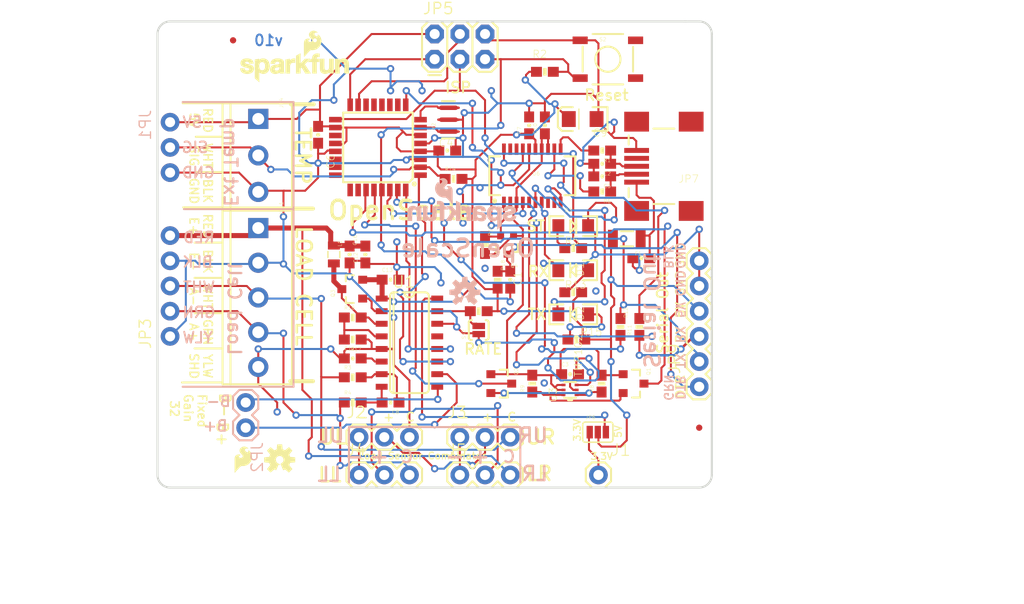
<source format=kicad_pcb>
(kicad_pcb (version 20211014) (generator pcbnew)
  (layers (0 "F.Cu" signal) (31 "B.Cu" signal) (34 "B.Paste" user) (35 "F.Paste" user) (36 "B.SilkS" user "B.Silkscreen") (37 "F.SilkS" user "F.Silkscreen") (38 "B.Mask" user) (39 "F.Mask" user) (44 "Edge.Cuts" user))
  (net 0 "")
  (net 1 "GND")
  (net 2 "RST")
  (net 3 "D11")
  (net 4 "RXD")
  (net 5 "TXD")
  (net 6 "N$2")
  (net 7 "N$1")
  (net 8 "N$3")
  (net 9 "DTR")
  (net 10 "SDA")
  (net 11 "SCL")
  (net 12 "TEMP_DAT")
  (net 13 "D12")
  (net 14 "3.3V")
  (net 15 "RXLED")
  (net 16 "TXLED")
  (net 17 "N$5")
  (net 18 "N$6")
  (net 19 "5V")
  (net 20 "LC_DOUT")
  (net 21 "AVDD")
  (net 22 "N$9")
  (net 23 "N$10")
  (net 24 "N$11")
  (net 25 "A-")
  (net 26 "2")
  (net 27 "N$12")
  (net 28 "LC_SCK")
  (net 29 "B-")
  (net 30 "ALERT")
  (net 31 "D13")
  (net 32 "B+")
  (net 33 "N$4")
  (net 34 "N$7")
  (net 35 "N$8")
  (net 36 "N$13")
  (net 37 "N$16")
  (net 38 "LV_SCL")
  (net 39 "LV_SDA")
  (net 40 "N$17")
  (net 41 "N$18")
  (net 42 "N$21")
  (net 43 "RIPUP@")
  (net 44 "N$20")
  (net 45 "N$22")
  (net 46 "N$24")
  (net 47 "A+")
  (net 48 "N$19")
  (net 49 "N$15")
  (net 50 "N$14")
  (net 51 "N$27")
  (footprint "boardEagle:0603-CAP" (layer "F.Cu") (at 165.3921 97.1296 180)
    (fp_text reference "C5")
    (fp_text value "47pF")
  )
  (footprint "boardEagle:0603-CAP" (layer "F.Cu") (at 140.2461 115.4811)
    (fp_text reference "C11")
    (fp_text value "0.1uF")
  )
  (footprint "boardEagle:0603-CAP" (layer "F.Cu") (at 144.0561 107.5436)
    (fp_text reference "C13")
    (fp_text value "1.0uF")
  )
  (footprint "boardEagle:0603-RES" (layer "F.Cu") (at 167.2336 112.3061 -90)
    (fp_text reference "R12")
    (fp_text value "1K")
  )
  (footprint "boardEagle:TACTILE-SWITCH-SMD" (layer "F.Cu") (at 165.9636 85.3186)
    (fp_text reference "S2")
    (fp_text value "Reset")
  )
  (footprint "boardEagle:STAND-OFF" (layer "F.Cu") (at 173.2661 125.3236)
    (fp_text reference "STANDOFF2" hide)
    (fp_text value "STAND-OFF" hide)
  )
  (footprint "boardEagle:0603-RES" (layer "F.Cu") (at 154.8511 107.5436 -90)
    (fp_text reference "R18")
    (fp_text value "10K")
  )
  (footprint "boardEagle:FTDI_BASIC" (layer "F.Cu") (at 175.1711 118.3386 90)
    (fp_text reference "JP9")
    (fp_text value "FTDI_BASIC")
  )
  (footprint "boardEagle:SOT563" (layer "F.Cu") (at 162.1536 118.6561 90)
    (fp_text reference "U3")
    (fp_text value "TMP102")
  )
  (footprint "boardEagle:MICRO-FIDUCIAL" (layer "F.Cu") (at 175.1711 122.4661)
    (fp_text reference "FID1" hide)
    (fp_text value "FIDUCIALUFIDUCIAL" hide)
  )
  (footprint "boardEagle:RESONATOR-SMD" (layer "F.Cu") (at 149.8981 91.4146 90)
    (fp_text reference "Y2")
    (fp_text value "16MHZ")
  )
  (footprint "boardEagle:1X03" (layer "F.Cu") (at 140.8811 123.4186)
    (fp_text reference "J2")
    (fp_text value "UL")
  )
  (footprint "boardEagle:0603-RES" (layer "F.Cu") (at 158.3436 118.0211 90)
    (fp_text reference "R9")
    (fp_text value "4.7K")
  )
  (footprint "boardEagle:PAD-JUMPER-2-NC_BY_PASTE_YES_SILK" (layer "F.Cu") (at 152.9461 112.6236 90)
    (fp_text reference "SJ2")
    (fp_text value "JUMPER-PAD-2-NC_BY_PASTE")
  )
  (footprint "boardEagle:1X03" (layer "F.Cu") (at 140.8811 127.2286)
    (fp_text reference "J4")
    (fp_text value "LL")
  )
  (footprint "boardEagle:0603-CAP" (layer "F.Cu") (at 169.3291 105.3846 180)
    (fp_text reference "C14")
    (fp_text value "0.1uF")
  )
  (footprint "boardEagle:0603-RES" (layer "F.Cu") (at 162.4711 104.3686)
    (fp_text reference "R5")
    (fp_text value "1K")
  )
  (footprint "boardEagle:SCREWTERMINAL-3.5MM-3_LOCK.007S" (layer "F.Cu") (at 130.7211 91.5162 -90)
    (fp_text reference "JP4")
    (fp_text value "Screw")
  )
  (footprint "boardEagle:0603-CAP" (layer "F.Cu") (at 139.9286 105.0036 -90)
    (fp_text reference "C16")
    (fp_text value "0.1uF")
  )
  (footprint "boardEagle:STAND-OFF" (layer "F.Cu") (at 123.7361 125.3236)
    (fp_text reference "STANDOFF3" hide)
    (fp_text value "STAND-OFF" hide)
  )
  (footprint "boardEagle:SOT23-3" (layer "F.Cu") (at 155.1686 118.0211 -90)
    (fp_text reference "Q2")
    (fp_text value "200mA/50V")
  )
  (footprint "boardEagle:0603" (layer "F.Cu") (at 165.3921 94.5261 180)
    (fp_text reference "R1")
    (fp_text value "27")
  )
  (footprint "boardEagle:1X05_NO_SILK" (layer "F.Cu") (at 121.8311 113.2586 90)
    (fp_text reference "JP3")
    (fp_text value "Load")
  )
  (footprint "boardEagle:MICRO-FIDUCIAL" (layer "F.Cu") (at 128.1811 83.4136)
    (fp_text reference "FID2" hide)
    (fp_text value "FIDUCIALUFIDUCIAL" hide)
  )
  (footprint "boardEagle:0603-RES" (layer "F.Cu") (at 159.6136 86.5886 180)
    (fp_text reference "R2")
    (fp_text value "10K")
  )
  (footprint "boardEagle:TQFP32-08" (layer "F.Cu") (at 142.7861 94.2086 180)
    (fp_text reference "U4")
    (fp_text value "ATMEGA328P_TQFP")
  )
  (footprint "boardEagle:SSOP20_L" (layer "F.Cu") (at 158.3436 97.0661)
    (fp_text reference "U6")
    (fp_text value "FT231XS")
  )
  (footprint "boardEagle:0603-RES" (layer "F.Cu") (at 152.9461 110.7186)
    (fp_text reference "R7")
    (fp_text value "10K")
  )
  (footprint "boardEagle:0603-CAP" (layer "F.Cu") (at 159.6136 91.9861 90)
    (fp_text reference "C10")
    (fp_text value "0.1uF")
  )
  (footprint "boardEagle:USB-MINIB" (layer "F.Cu") (at 171.3611 96.1136 180)
    (fp_text reference "JP7")
    (fp_text value "USBSMD")
  )
  (footprint "boardEagle:LED-1206" (layer "F.Cu") (at 162.4711 111.0361 180)
    (fp_text reference "D2")
    (fp_text value "GREEN")
  )
  (footprint "boardEagle:0603-RES" (layer "F.Cu") (at 165.3286 118.0211 90)
    (fp_text reference "R8")
    (fp_text value "4.7K")
  )
  (footprint "boardEagle:SCREWTERMINAL-3.5MM-5" (layer "F.Cu") (at 130.7211 102.3366 -90)
    (fp_text reference "JP11")
    (fp_text value "Screw Terminals")
  )
  (footprint "boardEagle:LED-1206" (layer "F.Cu") (at 162.4711 106.5911 180)
    (fp_text reference "D1")
    (fp_text value "Yellow")
  )
  (footprint "boardEagle:0603-CAP" (layer "F.Cu") (at 136.7536 92.9386 -90)
    (fp_text reference "C6")
    (fp_text value "0.1uF")
  )
  (footprint "boardEagle:OSHW-LOGO-S" (layer "F.Cu") (at 132.8801 125.7046)
    (fp_text reference "LOGO5" hide)
    (fp_text value "OSHW-LOGOS" hide)
  )
  (footprint "boardEagle:STAND-OFF" (layer "F.Cu") (at 123.7361 84.6836)
    (fp_text reference "STANDOFF4" hide)
    (fp_text value "STAND-OFF" hide)
  )
  (footprint "boardEagle:0603-CAP" (layer "F.Cu") (at 144.0561 119.9261 180)
    (fp_text reference "C8")
    (fp_text value "0.1uF")
  )
  (footprint "boardEagle:0603-CAP" (layer "F.Cu") (at 141.5161 105.0036 90)
    (fp_text reference "C12")
    (fp_text value "1.0uF")
  )
  (footprint "boardEagle:0603-CAP" (layer "F.Cu") (at 162.1536 117.0686)
    (fp_text reference "C3")
    (fp_text value "0.1uF")
  )
  (footprint "boardEagle:0603-CAP" (layer "F.Cu") (at 158.0261 91.9861 90)
    (fp_text reference "C7")
    (fp_text value "0.1uF")
  )
  (footprint "boardEagle:EIA3216" (layer "F.Cu") (at 163.4236 91.3511 180)
    (fp_text reference "C9")
    (fp_text value "10uF")
  )
  (footprint "boardEagle:SO16" (layer "F.Cu") (at 145.9611 113.8936 -90)
    (fp_text reference "U1")
    (fp_text value "HX711")
  )
  (footprint "boardEagle:0603-RES" (layer "F.Cu") (at 150.4061 97.3836)
    (fp_text reference "R14")
    (fp_text value "4.7K")
  )
  (footprint "boardEagle:0603-RES" (layer "F.Cu") (at 140.2461 119.9261)
    (fp_text reference "R4")
    (fp_text value "100")
  )
  (footprint "boardEagle:0603-CAP" (layer "F.Cu") (at 156.1211 107.5436 -90)
    (fp_text reference "C1")
    (fp_text value "0.1uF")
  )
  (footprint "boardEagle:0603-RES" (layer "F.Cu") (at 162.7886 113.5761)
    (fp_text reference "R15")
    (fp_text value "1K")
  )
  (footprint "boardEagle:0603-RES" (layer "F.Cu") (at 153.5811 104.0511 -90)
    (fp_text reference "R10")
    (fp_text value "10K")
  )
  (footprint "boardEagle:0603-RES" (layer "F.Cu") (at 169.1386 112.3061 90)
    (fp_text reference "R11")
    (fp_text value "1K")
  )
  (footprint "boardEagle:0603-RES" (layer "F.Cu") (at 140.2461 117.3861)
    (fp_text reference "R3")
    (fp_text value "100")
  )
  (footprint "boardEagle:0603-RES" (layer "F.Cu") (at 162.4711 108.8136)
    (fp_text reference "R13")
    (fp_text value "1K")
  )
  (footprint "boardEagle:0603-RES" (layer "F.Cu") (at 140.2461 113.5761 180)
    (fp_text reference "R17")
    (fp_text value "8.2K")
  )
  (footprint "boardEagle:SOT23-3" (layer "F.Cu") (at 168.5036 118.0211 -90)
    (fp_text reference "Q1")
    (fp_text value "200mA/50V")
  )
  (footprint "boardEagle:SFE_LOGO_FLAME_.1" (layer "F.Cu") (at 128.0541 127.2921)
    (fp_text reference "LOGO3" hide)
    (fp_text value "SFE_LOGO_FLAME.1_INCH" hide)
  )
  (footprint "boardEagle:1X01" (layer "F.Cu") (at 165.0111 127.2286)
    (fp_text reference "J1")
    (fp_text value "3.3V")
  )
  (footprint "boardEagle:0603" (layer "F.Cu") (at 165.3921 98.6536 180)
    (fp_text reference "R6")
    (fp_text value "27")
  )
  (footprint "boardEagle:LED-1206" (layer "F.Cu") (at 162.4711 102.1461)
    (fp_text reference "D3")
    (fp_text value "BLUE")
  )
  (footprint "boardEagle:STAND-OFF" (layer "F.Cu") (at 173.2661 84.6836)
    (fp_text reference "STANDOFF1" hide)
    (fp_text value "STAND-OFF" hide)
  )
  (footprint "boardEagle:SOT23-3" (layer "F.Cu") (at 140.2461 108.4961 90)
    (fp_text reference "Q3")
    (fp_text value "MMBT4403")
  )
  (footprint "boardEagle:1X03" (layer "F.Cu") (at 151.0411 127.2286)
    (fp_text reference "J5")
    (fp_text value "LR")
  )
  (footprint "boardEagle:SOT323" (layer "F.Cu") (at 155.8036 104.0511 180)
    (fp_text reference "Q4")
    (fp_text value "MOSFET-NCHANNEL2N7002PW")
  )
  (footprint "boardEagle:1X03" (layer "F.Cu") (at 151.0411 123.4186)
    (fp_text reference "J3")
    (fp_text value "UR")
  )
  (footprint "boardEagle:0603-CAP" (layer "F.Cu") (at 165.3921 95.8596 180)
    (fp_text reference "C2")
    (fp_text value "47pF")
  )
  (footprint "boardEagle:PAD-JUMPER-3-2OF3_NC_BY_PASTE_YES_SILK_FULL_BOX" (layer "F.Cu") (at 164.9476 122.9106)
    (fp_text reference "JP6")
    (fp_text value "JUMPER-PAD-3-2OF3_NC_BY_PASTE")
  )
  (footprint "boardEagle:2X3" (layer "F.Cu") (at 148.5011 85.3186)
    (fp_text reference "JP5")
    (fp_text value "AVR_PRG")
  )
  (footprint "boardEagle:0805" (layer "F.Cu") (at 138.3411 105.0036 -90)
    (fp_text reference "L1")
    (fp_text value "3.3uH")
  )
  (footprint "boardEagle:CREATIVE_COMMONS" (layer "F.Cu") (at 125.0061 136.7536)
    (fp_text reference "FRAME1" hide)
    (fp_text value "FRAME-LEDGER" hide)
  )
  (footprint "boardEagle:PTC-1206" (layer "F.Cu") (at 167.8686 103.4161 180)
    (fp_text reference "F1")
    (fp_text value "PTCSMD")
  )
  (footprint "boardEagle:0603-CAP" (layer "F.Cu") (at 149.7711 94.5261)
    (fp_text reference "C4")
    (fp_text value "1.0uF")
  )
  (footprint "boardEagle:0603-RES" (layer "F.Cu") (at 140.2461 111.3536)
    (fp_text reference "R16")
    (fp_text value "20k")
  )
  (footprint "boardEagle:SFE_LOGO_NAME_FLAME_.1" (layer "F.Cu") (at 128.4986 87.6681)
    (fp_text reference "LOGO1" hide)
    (fp_text value "SFE_LOGO_NAME_FLAME.1_INCH" hide)
  )
  (footprint "boardEagle:SFE_LOGO_NAME_FLAME_.1" (layer "B.Cu") (at 157.1371 102.5271 180)
    (fp_text reference "LOGO4" hide)
    (fp_text value "SFE_LOGO_NAME_FLAME.1_INCH" hide)
  )
  (footprint "boardEagle:1X02" (layer "B.Cu") (at 129.4511 122.4661 90)
    (fp_text reference "JP2")
    (fp_text value "Fixed Gain 32")
  )
  (footprint "boardEagle:OSHW-LOGO-S" (layer "B.Cu") (at 151.5491 108.8136 180)
    (fp_text reference "LOGO2" hide)
    (fp_text value "OSHW-LOGOS" hide)
  )
  (footprint "boardEagle:1X03_NO_SILK" (layer "B.Cu") (at 121.8311 91.6686 -90)
    (fp_text reference "JP1")
    (fp_text value "Temp")
  )
  (gr_line (start 134.2771 89.6366) (end 134.2771 100.4316) (layer "B.SilkS") (width 0.2032))
  (gr_line (start 134.2771 118.3386) (end 123.1011 118.3386) (layer "B.SilkS") (width 0.2032))
  (gr_line (start 123.1011 89.6366) (end 134.2771 89.6366) (layer "B.SilkS") (width 0.2032))
  (gr_line (start 157.1371 122.4026) (end 157.1371 127.9906) (layer "B.SilkS") (width 0.2032))
  (gr_line (start 139.8651 122.4026) (end 157.1371 122.4026) (layer "B.SilkS") (width 0.2032))
  (gr_line (start 139.8651 127.9906) (end 139.8651 122.4026) (layer "B.SilkS") (width 0.2032))
  (gr_line (start 134.2771 100.5586) (end 134.2771 118.3386) (layer "B.SilkS") (width 0.2032))
  (gr_line (start 134.2771 100.4316) (end 123.2281 100.4316) (layer "B.SilkS") (width 0.2032))
  (gr_line (start 124.2981 107.3626) (end 126.9651 107.3626) (layer "F.SilkS") (width 0.2032))
  (gr_line (start 123.1551 100.2506) (end 126.9651 100.2506) (layer "F.SilkS") (width 0.2032))
  (gr_line (start 133.9501 117.7766) (end 136.2361 117.7766) (layer "F.SilkS") (width 0.4064))
  (gr_line (start 124.4251 96.6946) (end 126.9651 96.6946) (layer "F.SilkS") (width 0.2032))
  (gr_line (start 124.2981 103.8066) (end 126.9651 103.8066) (layer "F.SilkS") (width 0.2032))
  (gr_line (start 123.0281 117.9036) (end 126.9651 117.9036) (layer "F.SilkS") (width 0.2032))
  (gr_line (start 123.1043 89.7604) (end 127.0159 89.7604) (layer "F.SilkS") (width 0.2032))
  (gr_line (start 134.0263 89.862) (end 136.3123 89.862) (layer "F.SilkS") (width 0.4064))
  (gr_line (start 124.2981 114.4746) (end 126.9651 114.4746) (layer "F.SilkS") (width 0.2032))
  (gr_line (start 133.8485 100.3776) (end 136.2361 100.3776) (layer "F.SilkS") (width 0.4064))
  (gr_line (start 124.2981 110.9186) (end 126.9651 110.9186) (layer "F.SilkS") (width 0.2032))
  (gr_line (start 124.4251 93.1386) (end 126.9651 93.1386) (layer "F.SilkS") (width 0.2032))
  (gr_line (start 176.4411 82.7786) (end 176.4411 127.2286) (layer "Edge.Cuts") (width 0.2032))
  (gr_line (start 175.1711 128.4986) (end 121.8311 128.4986) (layer "Edge.Cuts") (width 0.2032))
  (gr_line (start 120.5611 127.2286) (end 120.5611 82.7786) (layer "Edge.Cuts") (width 0.2032))
  (gr_arc (start 121.8311 128.4986) (mid 120.933074 128.126626) (end 120.5611 127.2286) (layer "Edge.Cuts") (width 0.2032))
  (gr_arc (start 120.5611 82.7786) (mid 120.933074 81.880574) (end 121.8311 81.5086) (layer "Edge.Cuts") (width 0.2032))
  (gr_arc (start 175.1711 81.5086) (mid 176.069126 81.880574) (end 176.4411 82.7786) (layer "Edge.Cuts") (width 0.2032))
  (gr_arc (start 176.4411 127.2286) (mid 176.069126 128.126626) (end 175.1711 128.4986) (layer "Edge.Cuts") (width 0.2032))
  (gr_line (start 173.6471 81.5086) (end 175.1711 81.5086) (layer "Edge.Cuts") (width 0.2032))
  (gr_line (start 121.8311 81.5086) (end 173.9011 81.5086) (layer "Edge.Cuts") (width 0.2032))
  (gr_text "v10" (at 133.3246 84.0486) (layer "B.Cu") (effects (font (size 1.0795 1.0795) (thickness 0.1905)) (justify left bottom mirror)))
  (gr_text "GND" (at 122.9106 96.1136) (layer "B.SilkS") (effects (font (size 1.0795 1.0795) (thickness 0.1905)) (justify right top mirror)))
  (gr_text "TX" (at 172.7581 116.5606 -90) (layer "B.SilkS") (effects (font (size 0.8636 0.8636) (thickness 0.1524)) (justify left bottom mirror)))
  (gr_text "+" (at 154.2161 126.2126) (layer "B.SilkS") (effects (font (size 1.5113 1.5113) (thickness 0.2667)) (justify left bottom mirror)))
  (gr_text "Ext Temp" (at 127.1651 100.3046 -90) (layer "B.SilkS") (effects (font (size 1.2954 1.2954) (thickness 0.2286)) (justify left bottom mirror)))
  (gr_text "OpenScale" (at 158.7881 105.3846) (layer "B.SilkS") (effects (font (size 1.7272 1.7272) (thickness 0.3048)) (justify left bottom mirror)))
  (gr_text "-" (at 151.6761 126.2126) (layer "B.SilkS") (effects (font (size 1.5113 1.5113) (thickness 0.2667)) (justify left bottom mirror)))
  (gr_text "GND" (at 172.7581 109.3216 -90) (layer "B.SilkS") (effects (font (size 0.8636 0.8636) (thickness 0.1524)) (justify left bottom mirror)))
  (gr_text "+" (at 144.0561 126.2126) (layer "B.SilkS") (effects (font (size 1.5113 1.5113) (thickness 0.2667)) (justify left bottom mirror)))
  (gr_text "UR" (at 160.0581 124.0536) (layer "B.SilkS") (effects (font (size 1.42494 1.42494) (thickness 0.25146)) (justify left bottom mirror)))
  (gr_text "GRN" (at 172.5676 117.0051 -90) (layer "B.SilkS") (effects (font (size 0.8636 0.8636) (thickness 0.1524)) (justify right top mirror)))
  (gr_text "5V" (at 122.9741 91.0336) (layer "B.SilkS") (effects (font (size 1.0795 1.0795) (thickness 0.1905)) (justify right top mirror)))
  (gr_text "RED" (at 123.0376 102.6541) (layer "B.SilkS") (effects (font (size 1.0795 1.0795) (thickness 0.1905)) (justify right top mirror)))
  (gr_text "Load Cell" (at 127.5461 115.2906 -90) (layer "B.SilkS") (effects (font (size 1.2954 1.2954) (thickness 0.2286)) (justify left bottom mirror)))
  (gr_text "RX" (at 172.7581 114.0206 -90) (layer "B.SilkS") (effects (font (size 0.8636 0.8636) (thickness 0.1524)) (justify left bottom mirror)))
  (gr_text "WHT" (at 123.0376 107.6706) (layer "B.SilkS") (effects (font (size 1.0795 1.0795) (thickness 0.1905)) (justify right top mirror)))
  (gr_text "SIG" (at 122.9106 93.5736) (layer "B.SilkS") (effects (font (size 1.0795 1.0795) (thickness 0.1905)) (justify right top mirror)))
  (gr_text "BLK" (at 171.5516 106.5276 -90) (layer "B.SilkS") (effects (font (size 0.8636 0.8636) (thickness 0.1524)) (justify left bottom mirror)))
  (gr_text "DTR" (at 172.7581 119.7356 -90) (layer "B.SilkS") (effects (font (size 0.8636 0.8636) (thickness 0.1524)) (justify left bottom mirror)))
  (gr_text "Serial Out" (at 171.2341 104.7496 -90) (layer "B.SilkS") (effects (font (size 1.5113 1.5113) (thickness 0.2667)) (justify right top mirror)))
  (gr_text "B-" (at 125.3871 119.1641) (layer "B.SilkS") (effects (font (size 1.0795 1.0795) (thickness 0.1905)) (justify right top mirror)))
  (gr_text "C" (at 146.4691 126.0856) (layer "B.SilkS") (effects (font (size 1.20904 1.20904) (thickness 0.21336)) (justify left bottom mirror)))
  (gr_text "C" (at 156.7561 126.0856) (layer "B.SilkS") (effects (font (size 1.20904 1.20904) (thickness 0.21336)) (justify left bottom mirror)))
  (gr_text "LL" (at 136.5631 126.3396) (layer "B.SilkS") (effects (font (size 1.42494 1.42494) (thickness 0.25146)) (justify right top mirror)))
  (gr_text "BLK" (at 122.9741 105.1306) (layer "B.SilkS") (effects (font (size 1.0795 1.0795) (thickness 0.1905)) (justify right top mirror)))
  (gr_text "-" (at 141.5161 126.2126) (layer "B.SilkS") (effects (font (size 1.5113 1.5113) (thickness 0.2667)) (justify left bottom mirror)))
  (gr_text "UL" (at 136.5631 122.4026) (layer "B.SilkS") (effects (font (size 1.42494 1.42494) (thickness 0.25146)) (justify right top mirror)))
  (gr_text "YLW" (at 122.9741 112.7506) (layer "B.SilkS") (effects (font (size 1.0795 1.0795) (thickness 0.1905)) (justify right top mirror)))
  (gr_text "GRN" (at 122.9741 110.2106) (layer "B.SilkS") (effects (font (size 1.0795 1.0795) (thickness 0.1905)) (justify right top mirror)))
  (gr_text "GND" (at 172.7581 106.5276 -90) (layer "B.SilkS") (effects (font (size 0.8636 0.8636) (thickness 0.1524)) (justify left bottom mirror)))
  (gr_text "LR" (at 160.0581 127.9271) (layer "B.SilkS") (effects (font (size 1.42494 1.42494) (thickness 0.25146)) (justify left bottom mirror)))
  (gr_text "B+" (at 127.7366 122.9106) (layer "B.SilkS") (effects (font (size 1.0795 1.0795) (thickness 0.1905)) (justify left bottom mirror)))
  (gr_text "5V" (at 172.7581 111.4806 -90) (layer "B.SilkS") (effects (font (size 0.8636 0.8636) (thickness 0.1524)) (justify left bottom mirror)))
  (gr_text "LOAD CELL" (at 134.4041 101.9556 270) (layer "F.SilkS") (effects (font (size 1.5113 1.5113) (thickness 0.2667)) (justify left bottom)))
  (gr_text "3.3V" (at 162.4711 121.5136 90) (layer "F.SilkS") (effects (font (size 0.69088 0.69088) (thickness 0.12192)) (justify right top)))
  (gr_text "LL" (at 136.6266 128.0541) (layer "F.SilkS") (effects (font (size 1.42494 1.42494) (thickness 0.25146)) (justify left bottom)))
  (gr_text "DTR" (at 173.7741 119.6086 90) (layer "F.SilkS") (effects (font (size 0.8636 0.8636) (thickness 0.1524)) (justify left bottom)))
  (gr_text "B-" (at 126.7206 118.8466 270) (layer "F.SilkS") (effects (font (size 1.0795 1.0795) (thickness 0.1905)) (justify left bottom)))
  (gr_text "5V" (at 173.7741 111.4806 90) (layer "F.SilkS") (effects (font (size 0.8636 0.8636) (thickness 0.1524)) (justify left bottom)))
  (gr_text "WHT\nA-" (at 124.9331 109.2676 270) (layer "F.SilkS") (effects (font (size 0.8636 0.8636) (thickness 0.1524))))
  (gr_text "UR" (at 157.5816 124.2441) (layer "F.SilkS") (effects (font (size 1.42494 1.42494) (thickness 0.25146)) (justify left bottom)))
  (gr_text "LR" (at 157.5816 127.9271) (layer "F.SilkS") (effects (font (size 1.42494 1.42494) (thickness 0.25146)) (justify left bottom)))
  (gr_text "C" (at 155.7401 121.8946) (layer "F.SilkS") (effects (font (size 0.8636 0.8636) (thickness 0.1524)) (justify left bottom)))
  (gr_text "RX" (at 173.7741 114.0206 90) (layer "F.SilkS") (effects (font (size 0.8636 0.8636) (thickness 0.1524)) (justify left bottom)))
  (gr_text "-" (at 150.7871 121.8946) (layer "F.SilkS") (effects (font (size 0.8636 0.8636) (thickness 0.1524)) (justify left bottom)))
  (gr_text "UL" (at 136.7536 124.2441) (layer "F.SilkS") (effects (font (size 1.42494 1.42494) (thickness 0.25146)) (justify left bottom)))
  (gr_text "Serial Out" (at 170.8531 106.6546 90) (layer "F.SilkS") (effects (font (size 1.0795 1.0795) (thickness 0.1905)) (justify right top)))
  (gr_text "B+" (at 126.4666 121.7676 270) (layer "F.SilkS") (effects (font (size 1.0795 1.0795) (thickness 0.1905)) (justify left bottom)))
  (gr_text "RX" (at 157.7721 107.3531) (layer "F.SilkS") (effects (font (size 1.0795 1.0795) (thickness 0.1905)) (justify left bottom)))
  (gr_text "ISP" (at 152.3111 87.5411) (layer "F.SilkS") (effects (font (size 1.0795 1.0795) (thickness 0.1905)) (justify right top)))
  (gr_text "WHT\nSIG" (at 124.9331 95.0436 270) (layer "F.SilkS") (effects (font (size 0.8636 0.8636) (thickness 0.1524))))
  (gr_text "C" (at 145.5166 121.8946) (layer "F.SilkS") (effects (font (size 0.8636 0.8636) (thickness 0.1524)) (justify left bottom)))
  (gr_text "RATE" (at 155.4226 113.8936) (layer "F.SilkS") (effects (font (size 1.0795 1.0795) (thickness 0.1905)) (justify right top)))
  (gr_text "+" (at 143.2306 121.8946) (layer "F.SilkS") (effects (font (size 0.8636 0.8636) (thickness 0.1524)) (justify left bottom)))
  (gr_text "3.3V" (at 166.5351 124.9426) (layer "F.SilkS") (effects (font (size 0.69088 0.69088) (thickness 0.12192)) (justify right top)))
  (gr_text "Load Sensor Combinator " (at 140.7541 125.7046) (layer "F.SilkS") (effects (font (size 0.69088 0.69088) (thickness 0.12192)) (justify left bottom)))
  (gr_text "RED\n5V" (at 124.9331 91.4876 270) (layer "F.SilkS") (effects (font (size 0.8636 0.8636) (thickness 0.1524))))
  (gr_text "ST" (at 157.6451 102.7811) (layer "F.SilkS") (effects (font (size 1.0795 1.0795) (thickness 0.1905)) (justify left bottom)))
  (gr_text "GRN\nA+" (at 124.9331 112.8236 270) (layer "F.SilkS") (effects (font (size 0.8636 0.8636) (thickness 0.1524))))
  (gr_text "YLW\nSHD" (at 124.9331 116.2526 270) (layer "F.SilkS") (effects (font (size 0.8636 0.8636) (thickness 0.1524))))
  (gr_text "TEMP" (at 134.3311 91.9956 270) (layer "F.SilkS") (effects (font (size 1.5113 1.5113) (thickness 0.2667)) (justify left bottom)))
  (gr_text "-" (at 140.6271 121.8946) (layer "F.SilkS") (effects (font (size 0.8636 0.8636) (thickness 0.1524)) (justify left bottom)))
  (gr_text "BLK\nGND" (at 124.9331 98.5996 270) (layer "F.SilkS") (effects (font (size 0.8636 0.8636) (thickness 0.1524))))
  (gr_text "BLK\nE-" (at 124.9331 105.7116 270) (layer "F.SilkS") (effects (font (size 0.8636 0.8636) (thickness 0.1524))))
  (gr_text "Reset" (at 163.4871 89.5731) (layer "F.SilkS") (effects (font (size 1.0795 1.0795) (thickness 0.1905)) (justify left bottom)))
  (gr_text "GND" (at 173.7741 106.5276 90) (layer "F.SilkS") (effects (font (size 0.8636 0.8636) (thickness 0.1524)) (justify left bottom)))
  (gr_text "TX" (at 157.7721 111.6711) (layer "F.SilkS") (effects (font (size 1.0795 1.0795) (thickness 0.1905)) (justify left bottom)))
  (gr_text "Fixed\nGain \n 32" (at 121.7676 118.9736 270) (layer "F.SilkS") (effects (font (size 0.8636 0.8636) (thickness 0.1524)) (justify left bottom)))
  (gr_text "+" (at 153.2001 121.8946) (layer "F.SilkS") (effects (font (size 0.8636 0.8636) (thickness 0.1524)) (justify left bottom)))
  (gr_text "TX" (at 173.7741 116.5606 90) (layer "F.SilkS") (effects (font (size 0.8636 0.8636) (thickness 0.1524)) (justify left bottom)))
  (gr_text "GND" (at 173.7741 109.3216 90) (layer "F.SilkS") (effects (font (size 0.8636 0.8636) (thickness 0.1524)) (justify left bottom)))
  (gr_text "OpenScale" (at 137.5791 101.6381) (layer "F.SilkS") (effects (font (size 1.85674 1.85674) (thickness 0.32766)) (justify left bottom)))
  (gr_text "5V" (at 166.5986 122.1486 90) (layer "F.SilkS") (effects (font (size 0.69088 0.69088) (thickness 0.12192)) (justify right top)))
  (gr_text "RED\nE+" (at 124.9331 102.1556 270) (layer "F.SilkS") (effects (font (size 0.8636 0.8636) (thickness 0.1524))))
  (segment (start 165.0111 91.1636) (end 164.8236 91.3511) (width 0.2032) (layer "F.Cu") (net 1))
  (segment (start 168.8211 94.4736) (end 168.8611 94.5136) (width 0.2032) (layer "F.Cu") (net 1))
  (segment (start 164.5421 95.8596) (end 164.5421 97.1296) (width 0.2032) (layer "F.Cu") (net 1))
  (segment (start 139.3961 115.4811) (end 138.9761 115.4811) (width 0.2032) (layer "F.Cu") (net 1))
  (segment (start 159.6136 89.4461) (end 160.2486 88.8111) (width 0.2032) (layer "F.Cu") (net 1))
  (segment (start 136.7536 94.8436) (end 136.7536 93.7886) (width 0.2032) (layer "F.Cu") (net 1))
  (segment (start 139.3961 114.7436) (end 139.6111 114.5286) (width 0.2032) (layer "F.Cu") (net 1))
  (segment (start 156.4386 98.0186) (end 158.0261 96.4311) (width 0.2032) (layer "F.Cu") (net 1))
  (segment (start 163.1061 115.4811) (end 162.7886 115.7986) (width 0.2032) (layer "F.Cu") (net 1))
  (segment (start 162.7886 115.7986) (end 162.7886 116.8536) (width 0.2032) (layer "F.Cu") (net 1))
  (segment (start 150.7236 93.2561) (end 151.3586 93.2561) (width 0.2032) (layer "F.Cu") (net 1))
  (segment (start 141.5161 105.6386) (end 139.9286 105.6386) (width 0.2032) (layer "F.Cu") (net 1))
  (segment (start 136.7536 95.7961) (end 136.7536 94.8436) (width 0.2032) (layer "F.Cu") (net 1))
  (segment (start 163.2331 95.8596) (end 163.1696 95.7961) (width 0.2032) (layer "F.Cu") (net 1))
  (segment (start 145.9611 117.7036) (end 144.3736 116.1161) (width 0.2032) (layer "F.Cu") (net 1))
  (segment (start 166.2811 99.7966) (end 166.7891 100.3046) (width 0.2032) (layer "F.Cu") (net 1))
  (segment (start 162.4711 118.6561) (end 162.1536 118.3386) (width 0.2032) (layer "F.Cu") (net 1))
  (segment (start 164.6936 83.4136) (end 165.0111 83.7311) (width 0.2032) (layer "F.Cu") (net 1))
  (segment (start 151.3586 90.8431) (end 151.4856 90.7161) (width 0.2032) (layer "F.Cu") (net 1))
  (segment (start 147.9486 93.8086) (end 148.5011 93.2561) (width 0.2032) (layer "F.Cu") (net 1))
  (segment (start 121.8311 96.7486) (end 128.7757 96.7486) (width 0.2032) (layer "F.Cu") (net 1))
  (segment (start 148.7611 111.9886) (end 150.4061 111.9886) (width 0.2032) (layer "F.Cu") (net 1))
  (segment (start 137.3886 94.8436) (end 136.7536 94.8436) (width 0.2032) (layer "F.Cu") (net 1))
  (segment (start 142.1511 114.5286) (end 143.1611 114.5286) (width 0.2032) (layer "F.Cu") (net 1))
  (segment (start 144.6911 107.5436) (end 144.6911 106.2736) (width 0.2032) (layer "F.Cu") (net 1))
  (segment (start 155.1686 96.7486) (end 155.1686 98.0186) (width 0.2032) (layer "F.Cu") (net 1))
  (segment (start 152.9461 113.0245) (end 152.9461 113.8936) (width 0.2032) (layer "F.Cu") (net 1))
  (segment (start 144.3736 114.5286) (end 144.3736 111.3536) (width 0.254) (layer "F.Cu") (net 1))
  (segment (start 164.6936 105.0036) (end 164.6936 102.8686) (width 0.2032) (layer "F.Cu") (net 1))
  (segment (start 166.2811 92.9386) (end 166.5986 93.2561) (width 0.2032) (layer "F.Cu") (net 1))
  (segment (start 152.9461 112.9411) (end 151.3586 112.9411) (width 0.2032) (layer "F.Cu") (net 1))
  (segment (start 168.8211 93.5736) (end 168.8211 94.4736) (width 0.2032) (layer "F.Cu") (net 1))
  (segment (start 130.7211 116.3366) (end 130.7211 118.0211) (width 0.2032) (layer "F.Cu") (net 1))
  (segment (start 163.4236 117.0686) (end 163.0036 117.0686) (width 0.2032) (layer "F.Cu") (net 1))
  (segment (start 150.6211 93.3586) (end 150.7236 93.2561) (width 0.2032) (layer "F.Cu") (net 1))
  (segment (start 144.3736 116.1161) (end 144.3736 114.5286) (width 0.254) (layer "F.Cu") (net 1))
  (segment (start 143.1611 114.5286) (end 144.3736 114.5286) (width 0.254) (layer "F.Cu") (net 1))
  (segment (start 166.7891 100.3046) (end 166.7891 101.3206) (width 0.2032) (layer "F.Cu") (net 1))
  (segment (start 151.2951 91.4146) (end 151.3586 91.3511) (width 0.2032) (layer "F.Cu") (net 1))
  (segment (start 141.5161 105.6386) (end 141.5161 105.8536) (width 0.2032) (layer "F.Cu") (net 1))
  (segment (start 141.8336 113.5761) (end 141.0961 113.5761) (width 0.2032) (layer "F.Cu") (net 1))
  (segment (start 168.6941 106.4006) (end 168.9481 106.4006) (width 0.2032) (layer "F.Cu") (net 1))
  (segment (start 138.4236 94.6086) (end 138.3411 94.5261) (width 0.2032) (layer "F.Cu") (net 1))
  (segment (start 139.3961 115.4811) (end 139.3961 114.7436) (width 0.2032) (layer "F.Cu") (net 1))
  (segment (start 158.0261 96.4311) (end 158.0261 94.3864) (width 0.2032) (layer "F.Cu") (net 1))
  (segment (start 163.1696 83.4136) (end 154.2161 83.4136) (width 0.2032) (layer "F.Cu") (net 1))
  (segment (start 168.4791 105.3846) (end 168.4791 106.1856) (width 0.2032) (layer "F.Cu") (net 1))
  (segment (start 162.8136 118.6561) (end 162.4711 118.6561) (width 0.2032) (layer "F.Cu") (net 1))
  (segment (start 163.0036 117.0686) (end 162.9791 117.0686) (width 0.2032) (layer "F.Cu") (net 1))
  (segment (start 151.3586 93.2561) (end 151.3586 91.3511) (width 0.2032) (layer "F.Cu") (net 1))
  (segment (start 164.3761 88.8111) (end 164.6936 89.1286) (width 0.2032) (layer "F.Cu") (net 1))
  (segment (start 166.5986 91.6686) (end 166.5986 92.6211) (width 0.2032) (layer "F.Cu") (net 1))
  (segment (start 151.3586 98.9711) (end 151.0411 98.6536) (width 0.2032) (layer "F.Cu") (net 1))
  (segment (start 156.4386 98.0186) (end 155.1686 98.0186) (width 0.2032) (layer "F.Cu") (net 1))
  (segment (start 137.7061 94.5261) (end 137.3886 94.8436) (width 0.2032) (layer "F.Cu") (net 1))
  (segment (start 168.9481 106.4006) (end 169.1386 106.5911) (width 0.2032) (layer "F.Cu") (net 1))
  (segment (start 138.4935 94.6086) (end 138.4236 94.6086) (width 0.2032) (layer "F.Cu") (net 1))
  (segment (start 150.4061 111.9886) (end 150.7236 112.3061) (width 0.2032) (layer "F.Cu") (net 1))
  (segment (start 165.0111 89.4461) (end 165.0111 91.1636) (width 0.2032) (layer "F.Cu") (net 1))
  (segment (start 159.6136 89.7636) (end 158.0261 89.7636) (width 0.2032) (layer "F.Cu") (net 1))
  (segment (start 138.9761 115.4811) (end 138.0236 114.5286) (width 0.2032) (layer "F.Cu") (net 1))
  (segment (start 151.3586 112.9411) (end 150.7236 112.3061) (width 0.2032) (layer "F.Cu") (net 1))
  (segment (start 151.3586 101.8286) (end 151.3586 98.9711) (width 0.2032) (layer "F.Cu") (net 1))
  (segment (start 159.9311 116.4336) (end 159.9311 115.4811) (width 0.2032) (layer "F.Cu") (net 1))
  (segment (start 158.0261 91.1361) (end 158.0261 89.7636) (width 0.2032) (layer "F.Cu") (net 1))
  (segment (start 130.7211 114.5286) (end 130.7211 116.3366) (width 0.2032) (layer "F.Cu") (net 1))
  (segment (start 164.5421 95.8596) (end 163.2331 95.8596) (width 0.2032) (layer "F.Cu") (net 1))
  (segment (start 145.9611 123.4186) (end 145.9611 117.7036) (width 0.2032) (layer "F.Cu") (net 1))
  (segment (start 164.8236 91.4811) (end 166.2811 92.9386) (width 0.2032) (layer "F.Cu") (net 1))
  (segment (start 165.0111 83.7311) (end 165.0111 88.8111) (width 0.2032) (layer "F.Cu") (net 1))
  (segment (start 162.9791 117.0686) (end 162.1536 117.8941) (width 0.2032) (layer "F.Cu") (net 1))
  (segment (start 144.6911 107.5436) (end 144.9061 107.5436) (width 0.2032) (layer "F.Cu") (net 1))
  (segment (start 144.6911 107.8611) (end 144.6911 107.5436) (width 0.2032) (layer "F.Cu") (net 1))
  (segment (start 138.6586 94.5261) (end 138.3411 94.5261) (width 0.2032) (layer "F.Cu") (net 1))
  (segment (start 159.6136 89.7636) (end 159.6136 89.4461) (width 0.2032) (layer "F.Cu") (net 1))
  (segment (start 166.7891 101.3206) (end 166.5986 101.5111) (width 0.2032) (layer "F.Cu") (net 1))
  (segment (start 164.7571 99.7966) (end 166.2811 99.7966) (width 0.2032) (layer "F.Cu") (net 1))
  (segment (start 139.9286 105.8536) (end 139.9286 107.2261) (width 0.2032) (layer "F.Cu") (net 1))
  (segment (start 164.6936 102.8686) (end 163.9711 102.1461) (width 0.2032) (layer "F.Cu") (net 1))
  (segment (start 160.5661 114.8461) (end 160.5661 113.8936) (width 0.2032) (layer "F.Cu") (net 1))
  (segment (start 145.7136 95.4086) (end 145.6436 95.4786) (width 0.2032) (layer "F.Cu") (net 1))
  (segment (start 135.4455 98.5774) (end 133.3119 98.5774) (width 0.2032) (layer "F.Cu") (net 1))
  (segment (start 163.1696 83.4136) (end 164.6936 83.4136) (width 0.2032) (layer "F.Cu") (net 1))
  (segment (start 133.2611 101.1936) (end 133.2611 98.6282) (width 0.2032) (layer "F.Cu") (net 1))
  (segment (start 132.6261 119.9261) (end 132.6261 120.8786) (width 0.2032) (layer "F.Cu") (net 1))
  (segment (start 133.2611 98.6282) (end 133.3119 98.5774) (width 0.2032) (layer "F.Cu") (net 1))
  (segment (start 150.6601 91.4146) (end 150.7236 91.3511) (width 0.2032) (layer "F.Cu") (net 1))
  (segment (start 133.3119 98.5774) (end 130.8377 98.5774) (width 0.2032) (layer "F.Cu") (net 1))
  (segment (start 152.9461 112.9411) (end 152.9461 113.0245) (width 0.2032) (layer "F.Cu") (net 1))
  (segment (start 142.1511 113.8936) (end 142.1511 114.5286) (width 0.2032) (layer "F.Cu") (net 1))
  (segment (start 166.5986 92.6211) (end 166.2811 92.9386) (width 0.2032) (layer "F.Cu") (net 1))
  (segment (start 162.7886 116.8536) (end 163.0036 117.0686) (width 0.2032) (layer "F.Cu") (net 1))
  (segment (start 151.3586 91.3511) (end 151.3586 90.8431) (width 0.2032) (layer "F.Cu") (net 1))
  (segment (start 128.7757 96.7486) (end 130.7211 98.694) (width 0.2032) (layer "F.Cu") (net 1))
  (segment (start 130.7211 118.0211) (end 132.6261 119.9261) (width 0.2032) (layer "F.Cu") (net 1))
  (segment (start 166.5986 93.2561) (end 168.5036 93.2561) (width 0.2032) (layer "F.Cu") (net 1))
  (segment (start 175.1711 108.1786) (end 175.1711 105.6386) (width 0.2032) (layer "F.Cu") (net 1))
  (segment (start 150.6211 94.5261) (end 150.6211 93.3586) (width 0.2032) (layer "F.Cu") (net 1))
  (segment (start 164.6936 89.1286) (end 165.0111 89.4461) (width 0.2032) (layer "F.Cu") (net 1))
  (segment (start 136.7536 97.2693) (end 135.4455 98.5774) (width 0.2032) (layer "F.Cu") (net 1))
  (segment (start 165.0111 88.8111) (end 164.6936 89.1286) (width 0.2032) (layer "F.Cu") (net 1))
  (segment (start 136.7536 95.7961) (end 136.7536 97.2693) (width 0.2032) (layer "F.Cu") (net 1))
  (segment (start 139.9286 105.6386) (end 139.9286 105.8536) (width 0.2032) (layer "F.Cu") (net 1))
  (segment (start 168.5036 93.2561) (end 168.8211 93.5736) (width 0.2032) (layer "F.Cu") (net 1))
  (segment (start 144.6911 103.7336) (end 144.6911 106.2736) (width 0.2032) (layer "F.Cu") (net 1))
  (segment (start 158.6611 98.3361) (end 158.6611 99.7458) (width 0.2032) (layer "F.Cu") (net 1))
  (segment (start 163.9711 100.5826) (end 164.7571 99.7966) (width 0.2032) (layer "F.Cu") (net 1))
  (segment (start 139.6111 114.5286) (end 142.1511 114.5286) (width 0.2032) (layer "F.Cu") (net 1))
  (segment (start 168.4791 106.1856) (end 168.6941 106.4006) (width 0.2032) (layer "F.Cu") (net 1))
  (segment (start 159.6136 91.1361) (end 159.6136 89.7636) (width 0.2032) (layer "F.Cu") (net 1))
  (segment (start 147.0787 93.8086) (end 147.9486 93.8086) (width 0.2032) (layer "F.Cu") (net 1))
  (segment (start 130.8377 98.5774) (end 130.7211 98.694) (width 0.2032) (layer "F.Cu") (net 1))
  (segment (start 164.0586 115.4811) (end 163.1061 115.4811) (width 0.2032) (layer "F.Cu") (net 1))
  (segment (start 141.8336 113.5761) (end 142.1511 113.8936) (width 0.2032) (layer "F.Cu") (net 1))
  (segment (start 164.8236 91.3511) (end 164.8236 91.4811) (width 0.2032) (layer "F.Cu") (net 1))
  (segment (start 144.3736 105.9561) (end 141.6186 105.9561) (width 0.2032) (layer "F.Cu") (net 1))
  (segment (start 154.2161 83.4136) (end 153.5811 82.7786) (width 0.2032) (layer "F.Cu") (net 1))
  (segment (start 141.6186 105.9561) (end 141.5161 105.8536) (width 0.2032) (layer "F.Cu") (net 1))
  (segment (start 162.1536 118.3386) (end 162.1536 117.8941) (width 0.2032) (layer "F.Cu") (net 1))
  (segment (start 175.1711 102.4636) (end 175.1711 105.6386) (width 0.2032) (layer "F.Cu") (net 1))
  (segment (start 150.9141 91.4146) (end 151.2951 91.4146) (width 0.2032) (layer "F.Cu") (net 1))
  (segment (start 160.2486 88.8111) (end 164.3761 88.8111) (width 0.2032) (layer "F.Cu") (net 1))
  (segment (start 163.9711 102.1461) (end 163.9711 100.5826) (width 0.2032) (layer "F.Cu") (net 1))
  (segment (start 138.3411 94.5261) (end 137.7061 94.5261) (width 0.2032) (layer "F.Cu") (net 1))
  (segment (start 159.9311 115.4811) (end 160.5661 114.8461) (width 0.2032) (layer "F.Cu") (net 1))
  (segment (start 147.0787 95.4086) (end 145.7136 95.4086) (width 0.2032) (layer "F.Cu") (net 1))
  (segment (start 149.8981 91.4146) (end 150.6601 91.4146) (width 0.2032) (layer "F.Cu") (net 1))
  (segment (start 144.6911 106.2736) (end 144.3736 105.9561) (width 0.2032) (layer "F.Cu") (net 1))
  (via (at 132.6261 120.8786) (size 0.7366) (drill 0.381) (layers "F.Cu" "B.Cu") (net 1))
  (via (at 139.9286 107.2261) (size 0.7366) (drill 0.381) (layers "F.Cu" "B.Cu") (net 1))
  (via (at 145.6436 95.4786) (size 0.7366) (drill 0.381) (layers "F.Cu" "B.Cu") (net 1))
  (via (at 155.1686 98.0186) (size 0.7366) (drill 0.381) (layers "F.Cu" "B.Cu") (net 1))
  (via (at 133.2611 101.1936) (size 0.7366) (drill 0.381) (layers "F.Cu" "B.Cu") (net 1))
  (via (at 158.0261 89.7636) (size 0.7366) (drill 0.381) (layers "F.Cu" "B.Cu") (net 1))
  (via (at 164.0586 115.4811) (size 0.7366) (drill 0.381) (layers "F.Cu" "B.Cu") (net 1))
  (via (at 151.4856 90.7161) (size 0.7366) (drill 0.381) (layers "F.Cu" "B.Cu") (net 1))
  (via (at 154.2161 88.4936) (size 0.7366) (drill 0.381) (layers "F.Cu" "B.Cu") (net 1))
  (via (at 136.4361 83.4136) (size 0.7366) (drill 0.381) (layers "F.Cu" "B.Cu") (net 1))
  (via (at 144.6911 103.7336) (size 0.7366) (drill 0.381) (layers "F.Cu" "B.Cu") (net 1))
  (via (at 144.3736 111.3536) (size 0.7366) (drill 0.381) (layers "F.Cu" "B.Cu") (net 1))
  (via (at 138.3411 89.4461) (size 0.7366) (drill 0.381) (layers "F.Cu" "B.Cu") (net 1))
  (via (at 130.7211 114.5286) (size 0.7366) (drill 0.381) (layers "F.Cu" "B.Cu") (net 1))
  (via (at 159.4866 105.8926) (size 0.7366) (drill 0.381) (layers "F.Cu" "B.Cu") (net 1))
  (via (at 153.5811 106.4006) (size 0.7366) (drill 0.381) (layers "F.Cu" "B.Cu") (net 1))
  (via (at 164.7571 108.6866) (size 0.7366) (drill 0.381) (layers "F.Cu" "B.Cu") (net 1))
  (via (at 149.1361 107.8611) (size 0.7366) (drill 0.381) (layers "F.Cu" "B.Cu") (net 1))
  (via (at 147.2311 88.4936) (size 0.7366) (drill 0.381) (layers "F.Cu" "B.Cu") (net 1))
  (via (at 158.6611 98.3361) (size 0.7366) (drill 0.381) (layers "F.Cu" "B.Cu") (net 1))
  (via (at 160.5661 113.8936) (size 0.7366) (drill 0.381) (layers "F.Cu" "B.Cu") (net 1))
  (via (at 175.1711 102.4636) (size 0.7366) (drill 0.381) (layers "F.Cu" "B.Cu") (net 1))
  (via (at 151.0411 98.6536) (size 0.7366) (drill 0.381) (layers "F.Cu" "B.Cu") (net 1))
  (via (at 151.3586 101.8286) (size 0.7366) (drill 0.381) (layers "F.Cu" "B.Cu") (net 1))
  (via (at 164.6936 105.0036) (size 0.7366) (drill 0.381) (layers "F.Cu" "B.Cu") (net 1))
  (via (at 136.7536 95.7961) (size 0.7366) (drill 0.381) (layers "F.Cu" "B.Cu") (net 1))
  (via (at 163.1696 95.7961) (size 0.7366) (drill 0.381) (layers "F.Cu" "B.Cu") (net 1))
  (via (at 159.5501 117.9576) (size 0.7366) (drill 0.381) (layers "F.Cu" "B.Cu") (net 1))
  (via (at 159.9311 116.4336) (size 0.7366) (drill 0.381) (layers "F.Cu" "B.Cu") (net 1))
  (via (at 151.3586 93.2561) (size 0.7366) (drill 0.381) (layers "F.Cu" "B.Cu") (net 1))
  (via (at 152.9461 113.8936) (size 0.7366) (drill 0.381) (layers "F.Cu" "B.Cu") (net 1))
  (via (at 150.7236 112.3061) (size 0.7366) (drill 0.381) (layers "F.Cu" "B.Cu") (net 1))
  (via (at 166.5986 101.5111) (size 0.7366) (drill 0.381) (layers "F.Cu" "B.Cu") (net 1))
  (via (at 153.0731 98.2726) (size 0.7366) (drill 0.381) (layers "F.Cu" "B.Cu") (net 1))
  (via (at 144.0561 86.2711) (size 0.7366) (drill 0.381) (layers "F.Cu" "B.Cu") (net 1))
  (via (at 133.2611 105.9561) (size 0.7366) (drill 0.381) (layers "F.Cu" "B.Cu") (net 1))
  (via (at 166.5986 91.6686) (size 0.7366) (drill 0.381) (layers "F.Cu" "B.Cu") (net 1))
  (via (at 148.5011 93.2561) (size 0.7366) (drill 0.381) (layers "F.Cu" "B.Cu") (net 1))
  (via (at 138.0236 114.5286) (size 0.7366) (drill 0.381) (layers "F.Cu" "B.Cu") (net 1))
  (via (at 144.6911 106.2736) (size 0.7366) (drill 0.381) (layers "F.Cu" "B.Cu") (net 1))
  (via (at 169.1386 106.5911) (size 0.7366) (drill 0.381) (layers "F.Cu" "B.Cu") (net 1))
  (via (at 144.0561 88.4936) (size 0.7366) (drill 0.381) (layers "F.Cu" "B.Cu") (net 1))
  (via (at 155.1686 96.7486) (size 0.7366) (drill 0.381) (layers "F.Cu" "B.Cu") (net 1))
  (segment (start 147.2311 87.8586) (end 147.2311 88.4936) (width 0.2032) (layer "B.Cu") (net 1))
  (segment (start 159.4866 105.8926) (end 163.8046 105.8926) (width 0.2032) (layer "B.Cu") (net 1))
  (segment (start 149.1361 106.9086) (end 148.5011 106.2736) (width 0.2032) (layer "B.Cu") (net 1))
  (segment (start 130.7211 105.8366) (end 133.1416 105.8366) (width 0.2032) (layer "B.Cu") (net 1))
  (segment (start 166.5986 101.5111) (end 165.6461 101.5111) (width 0.2032) (layer "B.Cu") (net 1))
  (segment (start 123.4186 105.6386) (end 124.3711 105.6386) (width 0.2032) (layer "B.Cu") (net 1))
  (segment (start 172.3136 104.3686) (end 171.6786 105.0036) (width 0.2032) (layer "B.Cu") (net 1))
  (segment (start 145.9611 95.1611) (end 151.3586 95.1611) (width 0.2032) (layer "B.Cu") (net 1))
  (segment (start 123.4186 111.6711) (end 121.8311 113.2586) (width 0.2032) (layer "B.Cu") (net 1))
  (segment (start 136.7536 83.4136) (end 139.76985 86.42985) (width 0.2032) (layer "B.Cu") (net 1))
  (segment (start 124.6886 105.9561) (end 130.6016 105.9561) (width 0.2032) (layer "B.Cu") (net 1))
  (segment (start 150.0886 110.7186) (end 150.7236 111.3536) (width 0.2032) (layer "B.Cu") (net 1))
  (segment (start 161.2011 117.7036) (end 159.9311 116.4336) (width 0.2032) (layer "B.Cu") (net 1))
  (segment (start 171.6786 105.0036) (end 169.1386 105.0036) (width 0.2032) (layer "B.Cu") (net 1))
  (segment (start 139.6111 106.9086) (end 139.9286 107.2261) (width 0.2032) (layer "B.Cu") (net 1))
  (segment (start 146.9136 87.5411) (end 147.2311 87.8586) (width 0.2032) (layer "B.Cu") (net 1))
  (segment (start 173.2661 104.3686) (end 172.3136 104.3686) (width 0.2032) (layer "B.Cu") (net 1))
  (segment (start 169.1386 105.0036) (end 164.6936 105.0036) (width 0.2032) (layer "B.Cu") (net 1))
  (segment (start 155.1686 98.0186) (end 151.6761 98.0186) (width 0.2032) (layer "B.Cu") (net 1))
  (segment (start 164.6936 117.7036) (end 161.2011 117.7036) (width 0.2032) (layer "B.Cu") (net 1))
  (segment (start 145.6436 95.4786) (end 144.3736 95.4786) (width 0.2032) (layer "B.Cu") (net 1))
  (segment (start 163.4871 95.4786) (end 163.1696 95.7961) (width 0.2032) (layer "B.Cu") (net 1))
  (segment (start 144.0561 88.4936) (end 144.0561 88.1761) (width 0.2032) (layer "B.Cu") (net 1))
  (segment (start 166.0271 91.6686) (end 163.4871 94.2086) (width 0.2032) (layer "B.Cu") (net 1))
  (segment (start 154.8511 89.7636) (end 153.8986 90.7161) (width 0.2032) (layer "B.Cu") (net 1))
  (segment (start 144.0561 86.2711) (end 144.0561 88.4936) (width 0.2032) (layer "B.Cu") (net 1))
  (segment (start 138.3411 87.8586) (end 139.76985 86.42985) (width 0.2032) (layer "B.Cu") (net 1))
  (segment (start 121.8311 105.6386) (end 123.4186 105.6386) (width 0.2032) (layer "B.Cu") (net 1))
  (segment (start 134.2136 106.9086) (end 139.6111 106.9086) (width 0.2032) (layer "B.Cu") (net 1))
  (segment (start 158.0261 113.8936) (end 158.3436 113.5761) (width 0.2032) (layer "B.Cu") (net 1))
  (segment (start 154.8511 96.4311) (end 155.1686 96.7486) (width 0.2032) (layer "B.Cu") (net 1))
  (segment (start 160.2486 99.2886) (end 159.6136 99.2886) (width 0.2032) (layer "B.Cu") (net 1))
  (segment (start 138.3411 89.4461) (end 136.1186 89.4461) (width 0.2032) (layer "B.Cu") (net 1))
  (segment (start 154.2161 96.4311) (end 154.8511 96.4311) (width 0.2032) (layer "B.Cu") (net 1))
  (segment (start 150.0886 110.7186) (end 144.3736 110.7186) (width 0.2032) (layer "B.Cu") (net 1))
  (segment (start 130.6016 105.9561) (end 130.7211 105.8366) (width 0.2032) (layer "B.Cu") (net 1))
  (segment (start 153.8986 90.7161) (end 151.4856 90.7161) (width 0.2032) (layer "B.Cu") (net 1))
  (segment (start 139.76985 86.42985) (end 139.9286 86.2711) (width 0.2032) (layer "B.Cu") (net 1))
  (segment (start 154.2161 88.4936) (end 154.2161 89.1286) (width 0.2032) (layer "B.Cu") (net 1))
  (segment (start 151.3586 93.2561) (end 151.3586 95.1611) (width 0.2032) (layer "B.Cu") (net 1))
  (segment (start 158.0261 89.7636) (end 154.8511 89.7636) (width 0.2032) (layer "B.Cu") (net 1))
  (segment (start 152.9461 95.1611) (end 154.2161 96.4311) (width 0.2032) (layer "B.Cu") (net 1))
  (segment (start 159.6136 99.2886) (end 158.6611 98.3361) (width 0.2032) (layer "B.Cu") (net 1))
  (segment (start 169.1386 106.5911) (end 169.1386 105.0036) (width 0.2032) (layer "B.Cu") (net 1))
  (segment (start 136.1186 89.4461) (end 134.8486 90.7161) (width 0.2032) (layer "B.Cu") (net 1))
  (segment (start 144.3736 110.7186) (end 144.3736 111.3536) (width 0.2032) (layer "B.Cu") (net 1))
  (segment (start 158.3436 113.5761) (end 160.2486 113.5761) (width 0.2032) (layer "B.Cu") (net 1))
  (segment (start 165.3286 101.1936) (end 162.1536 101.1936) (width 0.2032) (layer "B.Cu") (net 1))
  (segment (start 151.6761 98.0186) (end 151.0411 98.6536) (width 0.2032) (layer "B.Cu") (net 1))
  (segment (start 154.2161 89.1286) (end 154.8511 89.7636) (width 0.2032) (layer "B.Cu") (net 1))
  (segment (start 123.4186 105.6386) (end 123.4186 111.6711) (width 0.2032) (layer "B.Cu") (net 1))
  (segment (start 152.9461 113.8936) (end 158.0261 113.8936) (width 0.2032) (layer "B.Cu") (net 1))
  (segment (start 160.2486 113.5761) (end 160.5661 113.8936) (width 0.2032) (layer "B.Cu") (net 1))
  (segment (start 149.1361 107.8611) (end 149.1361 106.9086) (width 0.2032) (layer "B.Cu") (net 1))
  (segment (start 166.5986 91.6686) (end 166.0271 91.6686) (width 0.2032) (layer "B.Cu") (net 1))
  (segment (start 124.3711 105.6386) (end 124.6886 105.9561) (width 0.2032) (layer "B.Cu") (net 1))
  (segment (start 144.0561 88.1761) (end 144.6911 87.5411) (width 0.2032) (layer "B.Cu") (net 1))
  (segment (start 136.4361 83.4136) (end 136.7536 83.4136) (width 0.2032) (layer "B.Cu") (net 1))
  (segment (start 165.6461 101.5111) (end 165.3286 101.1936) (width 0.2032) (layer "B.Cu") (net 1))
  (segment (start 134.2136 106.9086) (end 133.2611 105.9561) (width 0.2032) (layer "B.Cu") (net 1))
  (segment (start 135.8011 95.7961) (end 136.7536 95.7961) (width 0.2032) (layer "B.Cu") (net 1))
  (segment (start 148.5011 106.2736) (end 144.6911 106.2736) (width 0.2032) (layer "B.Cu") (net 1))
  (segment (start 133.1416 105.8366) (end 133.2611 105.9561) (width 0.2032) (layer "B.Cu") (net 1))
  (segment (start 139.9286 86.2711) (end 144.0561 86.2711) (width 0.2032) (layer "B.Cu") (net 1))
  (segment (start 144.3736 95.4786) (end 144.0561 95.7961) (width 0.2032) (layer "B.Cu") (net 1))
  (segment (start 134.8486 94.8436) (end 135.8011 95.7961) (width 0.2032) (layer "B.Cu") (net 1))
  (segment (start 151.3586 95.1611) (end 152.9461 95.1611) (width 0.2032) (layer "B.Cu") (net 1))
  (segment (start 165.0111 117.3861) (end 164.6936 117.7036) (width 0.2032) (layer "B.Cu") (net 1))
  (segment (start 164.0586 115.7986) (end 165.0111 116.7511) (width 0.2032) (layer "B.Cu") (net 1))
  (segment (start 133.2611 105.9561) (end 133.2611 101.1936) (width 0.2032) (layer "B.Cu") (net 1))
  (segment (start 134.8486 90.7161) (end 134.8486 94.8436) (width 0.2032) (layer "B.Cu") (net 1))
  (segment (start 144.6911 87.5411) (end 146.9136 87.5411) (width 0.2032) (layer "B.Cu") (net 1))
  (segment (start 165.0111 116.7511) (end 165.0111 117.3861) (width 0.2032) (layer "B.Cu") (net 1))
  (segment (start 145.6436 95.4786) (end 145.9611 95.1611) (width 0.2032) (layer "B.Cu") (net 1))
  (segment (start 144.0561 95.7961) (end 136.7536 95.7961) (width 0.2032) (layer "B.Cu") (net 1))
  (segment (start 143.4211 110.7186) (end 139.9286 107.2261) (width 0.2032) (layer "B.Cu") (net 1))
  (segment (start 138.0236 114.5286) (end 130.7211 114.5286) (width 0.2032) (layer "B.Cu") (net 1))
  (segment (start 164.0586 115.4811) (end 164.0586 115.7986) (width 0.2032) (layer "B.Cu") (net 1))
  (segment (start 162.1536 101.1936) (end 160.2486 99.2886) (width 0.2032) (layer "B.Cu") (net 1))
  (segment (start 143.4211 110.7186) (end 144.3736 110.7186) (width 0.2032) (layer "B.Cu") (net 1))
  (segment (start 138.3411 89.4461) (end 138.3411 87.8586) (width 0.2032) (layer "B.Cu") (net 1))
  (segment (start 163.8046 105.8926) (end 164.6936 105.0036) (width 0.2032) (layer "B.Cu") (net 1))
  (segment (start 150.7236 111.3536) (end 150.7236 112.3061) (width 0.2032) (layer "B.Cu") (net 1))
  (segment (start 163.4871 94.2086) (end 163.4871 95.4786) (width 0.2032) (layer "B.Cu") (net 1))
  (segment (start 175.1711 102.4636) (end 173.2661 104.3686) (width 0.2032) (layer "B.Cu") (net 1))
  (segment (start 151.3586 93.2561) (end 148.5011 93.2561) (width 0.2032) (layer "B.Cu") (net 1))
  (segment (start 143.1861 98.5012) (end 143.1861 98.4186) (width 0.2032) (layer "F.Cu") (net 2))
  (segment (start 161.9631 86.5886) (end 160.4636 86.5886) (width 0.2032) (layer "F.Cu") (net 2))
  (segment (start 143.1036 98.3361) (end 143.1036 92.9386) (width 0.2032) (layer "F.Cu") (net 2))
  (segment (start 155.1686 85.3186) (end 153.5811 85.3186) (width 0.2032) (layer "F.Cu") (net 2))
  (segment (start 143.1861 98.4186) (end 143.1036 98.3361) (width 0.2032) (layer "F.Cu") (net 2))
  (segment (start 161.4551 85.3186) (end 155.1686 85.3186) (width 0.2032) (layer "F.Cu") (net 2))
  (segment (start 161.9631 85.8266) (end 161.9631 86.5886) (width 0.2032) (layer "F.Cu") (net 2))
  (segment (start 143.1036 98.5837) (end 143.1861 98.5012) (width 0.2032) (layer "F.Cu") (net 2))
  (segment (start 163.1696 87.2236) (end 162.5981 87.2236) (width 0.2032) (layer "F.Cu") (net 2))
  (segment (start 155.1686 91.9861) (end 155.1686 85.3186) (width 0.2032) (layer "F.Cu") (net 2))
  (segment (start 143.1036 104.0511) (end 143.1036 98.5837) (width 0.2032) (layer "F.Cu") (net 2))
  (segment (start 156.1211 108.3936) (end 156.1211 109.7661) (width 0.2032) (layer "F.Cu") (net 2))
  (segment (start 162.5981 87.2236) (end 161.9631 86.5886) (width 0.2032) (layer "F.Cu") (net 2))
  (segment (start 161.4551 85.3186) (end 161.9631 85.8266) (width 0.2032) (layer "F.Cu") (net 2))
  (via (at 156.1211 109.7661) (size 0.7366) (drill 0.381) (layers "F.Cu" "B.Cu") (net 2))
  (via (at 155.1686 91.9861) (size 0.7366) (drill 0.381) (layers "F.Cu" "B.Cu") (net 2))
  (via (at 143.1036 104.0511) (size 0.7366) (drill 0.381) (layers "F.Cu" "B.Cu") (net 2))
  (via (at 143.1036 92.9386) (size 0.7366) (drill 0.381) (layers "F.Cu" "B.Cu") (net 2))
  (segment (start 143.1036 92.9386) (end 143.7386 92.3036) (width 0.2032) (layer "B.Cu") (net 2))
  (segment (start 143.7386 92.3036) (end 154.8511 92.3036) (width 0.2032) (layer "B.Cu") (net 2))
  (segment (start 149.1361 105.0036) (end 153.5811 109.4486) (width 0.2032) (layer "B.Cu") (net 2))
  (segment (start 147.5486 104.6861) (end 147.8661 105.0036) (width 0.2032) (layer "B.Cu") (net 2))
  (segment (start 143.4211 104.6861) (end 147.5486 104.6861) (width 0.2032) (layer "B.Cu") (net 2))
  (segment (start 155.8036 109.4486) (end 156.1211 109.7661) (width 0.2032) (layer "B.Cu") (net 2))
  (segment (start 153.5811 109.4486) (end 155.8036 109.4486) (width 0.2032) (layer "B.Cu") (net 2))
  (segment (start 147.8661 105.0036) (end 149.1361 105.0036) (width 0.2032) (layer "B.Cu") (net 2))
  (segment (start 143.1036 104.0511) (end 143.1036 104.3686) (width 0.2032) (layer "B.Cu") (net 2))
  (segment (start 154.8511 92.3036) (end 155.1686 91.9861) (width 0.2032) (layer "B.Cu") (net 2))
  (segment (start 143.1036 104.3686) (end 143.4211 104.6861) (width 0.2032) (layer "B.Cu") (net 2))
  (segment (start 140.8811 89.821) (end 140.7861 89.916) (width 0.2032) (layer "F.Cu") (net 3))
  (segment (start 140.8811 88.8111) (end 142.1511 87.5411) (width 0.2032) (layer "F.Cu") (net 3))
  (segment (start 149.7711 87.2236) (end 149.7711 84.6836) (width 0.2032) (layer "F.Cu") (net 3))
  (segment (start 151.0411 83.4136) (end 151.0411 82.7786) (width 0.2032) (layer "F.Cu") (net 3))
  (segment (start 149.7711 87.2236) (end 149.4536 87.5411) (width 0.2032) (layer "F.Cu") (net 3))
  (segment (start 140.8811 88.8111) (end 140.8811 89.821) (width 0.2032) (layer "F.Cu") (net 3))
  (segment (start 149.4536 87.5411) (end 142.1511 87.5411) (width 0.2032) (layer "F.Cu") (net 3))
  (segment (start 149.7711 84.6836) (end 151.0411 83.4136) (width 0.2032) (layer "F.Cu") (net 3))
  (segment (start 143.7386 100.2411) (end 144.3736 100.8761) (width 0.2032) (layer "F.Cu") (net 4))
  (segment (start 156.7561 112.3061) (end 156.7561 112.9411) (width 0.2032) (layer "F.Cu") (net 4))
  (segment (start 158.4706 100.8761) (end 158.4706 101.0666) (width 0.2032) (layer "F.Cu") (net 4))
  (segment (start 174.5996 113.2586) (end 173.3296 114.5286) (width 0.254) (layer "F.Cu") (net 4))
  (segment (start 144.0561 99.2886) (end 143.7386 99.6061) (width 0.2032) (layer "F.Cu") (net 4))
  (segment (start 158.4706 101.0666) (end 158.0261 101.5111) (width 0.2032) (layer "F.Cu") (net 4))
  (segment (start 169.1386 113.2586) (end 169.1386 113.1561) (width 0.2032) (layer "F.Cu") (net 4))
  (segment (start 158.0261 111.0361) (end 156.7561 112.3061) (width 0.2032) (layer "F.Cu") (net 4))
  (segment (start 144.0561 98.5712) (end 144.0561 99.2886) (width 0.2032) (layer "F.Cu") (net 4))
  (segment (start 143.7386 99.6061) (end 143.7386 100.2411) (width 0.2032) (layer "F.Cu") (net 4))
  (segment (start 144.0561 98.5712) (end 143.9861 98.5012) (width 0.2032) (layer "F.Cu") (net 4))
  (segment (start 170.4086 113.2586) (end 169.1386 113.2586) (width 0.2032) (layer "F.Cu") (net 4))
  (segment (start 175.1711 113.2586) (end 174.5996 113.2586) (width 0.254) (layer "F.Cu") (net 4))
  (segment (start 169.1386 113.2586) (end 169.1386 115.1636) (width 0.2032) (layer "F.Cu") (net 4))
  (segment (start 158.0261 111.0361) (end 158.0261 101.5111) (width 0.2032) (layer "F.Cu") (net 4))
  (via (at 158.4706 100.8761) (size 0.7366) (drill 0.381) (layers "F.Cu" "B.Cu") (net 4))
  (via (at 144.3736 100.8761) (size 0.7366) (drill 0.381) (layers "F.Cu" "B.Cu") (net 4))
  (via (at 169.1386 115.1636) (size 0.7366) (drill 0.381) (layers "F.Cu" "B.Cu") (net 4))
  (via (at 156.7561 112.9411) (size 0.7366) (drill 0.381) (layers "F.Cu" "B.Cu") (net 4))
  (via (at 173.3296 114.5286) (size 0.7366) (drill 0.381) (layers "F.Cu" "B.Cu") (net 4))
  (via (at 170.4086 113.2586) (size 0.7366) (drill 0.381) (layers "F.Cu" "B.Cu") (net 4))
  (segment (start 149.4536 99.9236) (end 148.5011 100.8761) (width 0.2032) (layer "B.Cu") (net 4))
  (segment (start 148.5011 100.8761) (end 144.3736 100.8761) (width 0.2032) (layer "B.Cu") (net 4))
  (segment (start 160.5661 112.9411) (end 160.8836 113.2586) (width 0.2032) (layer "B.Cu") (net 4))
  (segment (start 158.4706 100.8761) (end 158.4706 100.3681) (width 0.2032) (layer "B.Cu") (net 4))
  (segment (start 160.8836 113.2586) (end 170.4086 113.2586) (width 0.2032) (layer "B.Cu") (net 4))
  (segment (start 158.4706 100.3681) (end 158.0261 99.9236) (width 0.2032) (layer "B.Cu") (net 4))
  (segment (start 169.1386 115.1636) (end 172.6946 115.1636) (width 0.254) (layer "B.Cu") (net 4))
  (segment (start 172.6946 115.1636) (end 173.3296 114.5286) (width 0.254) (layer "B.Cu") (net 4))
  (segment (start 158.0261 99.9236) (end 149.4536 99.9236) (width 0.2032) (layer "B.Cu") (net 4))
  (segment (start 156.7561 112.9411) (end 160.5661 112.9411) (width 0.2032) (layer "B.Cu") (net 4))
  (segment (start 167.2336 111.4561) (end 167.2336 110.4011) (width 0.2032) (layer "F.Cu") (net 5))
  (segment (start 167.5511 110.0836) (end 167.5511 103.4161) (width 0.2032) (layer "F.Cu") (net 5))
  (segment (start 148.1836 103.2891) (end 148.5011 103.6066) (width 0.2032) (layer "F.Cu") (net 5))
  (segment (start 144.6911 99.7331) (end 144.6911 98.5962) (width 0.2032) (layer "F.Cu") (net 5))
  (segment (start 144.6911 98.5962) (end 144.7861 98.5012) (width 0.2032) (layer "F.Cu") (net 5))
  (segment (start 167.2336 110.4011) (end 167.5511 110.0836) (width 0.2032) (layer "F.Cu") (net 5))
  (segment (start 148.1836 99.6061) (end 148.1836 103.2891) (width 0.2032) (layer "F.Cu") (net 5))
  (via (at 167.5511 103.4161) (size 0.7366) (drill 0.381) (layers "F.Cu" "B.Cu") (net 5))
  (via (at 148.5011 103.6066) (size 0.7366) (drill 0.381) (layers "F.Cu" "B.Cu") (net 5))
  (via (at 167.5511 110.0836) (size 0.7366) (drill 0.381) (layers "F.Cu" "B.Cu") (net 5))
  (via (at 148.1836 99.6061) (size 0.7366) (drill 0.381) (layers "F.Cu" "B.Cu") (net 5))
  (via (at 144.6911 99.7331) (size 0.7366) (drill 0.381) (layers "F.Cu" "B.Cu") (net 5))
  (segment (start 172.9486 112.3061) (end 170.7261 110.0836) (width 0.2032) (layer "B.Cu") (net 5))
  (segment (start 172.9486 112.9411) (end 172.9486 112.3061) (width 0.2032) (layer "B.Cu") (net 5))
  (segment (start 155.4861 103.4161) (end 167.5511 103.4161) (width 0.2032) (layer "B.Cu") (net 5))
  (segment (start 167.5511 110.0836) (end 170.7261 110.0836) (width 0.2032) (layer "B.Cu") (net 5))
  (segment (start 144.6911 99.7331) (end 148.0566 99.7331) (width 0.2032) (layer "B.Cu") (net 5))
  (segment (start 155.1686 103.7336) (end 155.4861 103.4161) (width 0.2032) (layer "B.Cu") (net 5))
  (segment (start 148.6281 103.7336) (end 148.5011 103.6066) (width 0.2032) (layer "B.Cu") (net 5))
  (segment (start 175.1711 115.7986) (end 175.1711 115.1636) (width 0.2032) (layer "B.Cu") (net 5))
  (segment (start 148.0566 99.7331) (end 148.1836 99.6061) (width 0.2032) (layer "B.Cu") (net 5))
  (segment (start 155.1686 103.7336) (end 148.6281 103.7336) (width 0.2032) (layer "B.Cu") (net 5))
  (segment (start 175.1711 115.1636) (end 172.9486 112.9411) (width 0.2032) (layer "B.Cu") (net 5))
  (segment (start 160.8836 102.2336) (end 160.9711 102.1461) (width 0.2032) (layer "F.Cu") (net 6))
  (segment (start 160.8836 102.1461) (end 160.9711 102.1461) (width 0.2032) (layer "F.Cu") (net 6))
  (segment (start 161.6211 104.3686) (end 161.5186 104.3686) (width 0.2032) (layer "F.Cu") (net 6))
  (segment (start 160.8836 103.7336) (end 160.8836 102.2336) (width 0.2032) (layer "F.Cu") (net 6))
  (segment (start 161.5186 104.3686) (end 160.8836 103.7336) (width 0.2032) (layer "F.Cu") (net 6))
  (segment (start 147.0787 92.2086) (end 148.4761 92.2086) (width 0.2032) (layer "F.Cu") (net 7))
  (segment (start 148.4761 92.2086) (end 148.8821 92.6146) (width 0.2032) (layer "F.Cu") (net 7))
  (segment (start 148.7486 90.0811) (end 148.8821 90.2146) (width 0.2032) (layer "F.Cu") (net 8))
  (segment (start 147.0787 90.551) (end 147.5486 90.0811) (width 0.2032) (layer "F.Cu") (net 8))
  (segment (start 147.5486 90.0811) (end 148.7486 90.0811) (width 0.2032) (layer "F.Cu") (net 8))
  (segment (start 147.0787 91.4086) (end 147.0787 90.551) (width 0.2032) (layer "F.Cu") (net 8))
  (segment (start 172.3136 111.3536) (end 172.3136 117.0686) (width 0.2032) (layer "F.Cu") (net 9))
  (segment (start 156.1211 105.9561) (end 156.1211 106.6936) (width 0.2032) (layer "F.Cu") (net 9))
  (segment (start 155.8311 104.9761) (end 156.5656 104.2416) (width 0.2032) (layer "F.Cu") (net 9))
  (segment (start 155.8036 105.6386) (end 156.1211 105.9561) (width 0.2032) (layer "F.Cu") (net 9))
  (segment (start 172.9486 110.7186) (end 172.3136 111.3536) (width 0.2032) (layer "F.Cu") (net 9))
  (segment (start 155.8036 104.9761) (end 155.8036 105.6386) (width 0.2032) (layer "F.Cu") (net 9))
  (segment (start 155.8036 104.9761) (end 155.8311 104.9761) (width 0.2032) (layer "F.Cu") (net 9))
  (segment (start 172.9486 102.7811) (end 172.9486 110.7186) (width 0.2032) (layer "F.Cu") (net 9))
  (segment (start 154.8511 106.6936) (end 156.1211 106.6936) (width 0.2032) (layer "F.Cu") (net 9))
  (via (at 172.9486 102.7811) (size 0.7366) (drill 0.381) (layers "F.Cu" "B.Cu") (net 9))
  (via (at 172.3136 117.0686) (size 0.7366) (drill 0.381) (layers "F.Cu" "B.Cu") (net 9))
  (via (at 156.5656 104.2416) (size 0.7366) (drill 0.381) (layers "F.Cu" "B.Cu") (net 9))
  (segment (start 165.3286 104.0511) (end 156.7561 104.0511) (width 0.2032) (layer "B.Cu") (net 9))
  (segment (start 175.1711 118.3386) (end 173.5836 118.3386) (width 0.2032) (layer "B.Cu") (net 9))
  (segment (start 171.3611 104.3686) (end 172.9486 102.7811) (width 0.2032) (layer "B.Cu") (net 9))
  (segment (start 165.6461 104.3686) (end 165.3286 104.0511) (width 0.2032) (layer "B.Cu") (net 9))
  (segment (start 156.7561 104.0511) (end 156.5656 104.2416) (width 0.2032) (layer "B.Cu") (net 9))
  (segment (start 171.3611 104.3686) (end 165.6461 104.3686) (width 0.2032) (layer "B.Cu") (net 9))
  (segment (start 173.5836 118.3386) (end 172.3136 117.0686) (width 0.2032) (layer "B.Cu") (net 9))
  (segment (start 141.5161 100.5586) (end 140.2461 101.8286) (width 0.2032) (layer "F.Cu") (net 10))
  (segment (start 171.3611 116.4336) (end 171.3611 117.7036) (width 0.2032) (layer "F.Cu") (net 10))
  (segment (start 141.5161 98.5712) (end 141.5161 100.5586) (width 0.2032) (layer "F.Cu") (net 10))
  (segment (start 171.6786 102.4636) (end 171.6786 116.1161) (width 0.2032) (layer "F.Cu") (net 10))
  (segment (start 171.6786 116.1161) (end 171.3611 116.4336) (width 0.2032) (layer "F.Cu") (net 10))
  (segment (start 171.0436 118.0211) (end 169.6036 118.0211) (width 0.2032) (layer "F.Cu") (net 10))
  (segment (start 141.5161 98.5712) (end 141.5861 98.5012) (width 0.2032) (layer "F.Cu") (net 10))
  (segment (start 140.2461 101.8286) (end 140.2461 102.7811) (width 0.2032) (layer "F.Cu") (net 10))
  (segment (start 171.3611 117.7036) (end 171.0436 118.0211) (width 0.2032) (layer "F.Cu") (net 10))
  (segment (start 171.6786 102.4636) (end 171.9961 102.1461) (width 0.2032) (layer "F.Cu") (net 10))
  (via (at 140.2461 102.7811) (size 0.7366) (drill 0.381) (layers "F.Cu" "B.Cu") (net 10))
  (via (at 171.9961 102.1461) (size 0.7366) (drill 0.381) (layers "F.Cu" "B.Cu") (net 10))
  (segment (start 166.2811 102.7811) (end 166.5986 102.4636) (width 0.2032) (layer "B.Cu") (net 10))
  (segment (start 147.2311 103.0986) (end 147.5486 102.7811) (width 0.2032) (layer "B.Cu") (net 10))
  (segment (start 171.6786 102.4636) (end 171.9961 102.1461) (width 0.2032) (layer "B.Cu") (net 10))
  (segment (start 166.5986 102.4636) (end 171.6786 102.4636) (width 0.2032) (layer "B.Cu") (net 10))
  (segment (start 145.9611 103.0986) (end 147.2311 103.0986) (width 0.2032) (layer "B.Cu") (net 10))
  (segment (start 140.2461 102.7811) (end 145.6436 102.7811) (width 0.2032) (layer "B.Cu") (net 10))
  (segment (start 147.5486 102.7811) (end 166.2811 102.7811) (width 0.2032) (layer "B.Cu") (net 10))
  (segment (start 145.6436 102.7811) (end 145.9611 103.0986) (width 0.2032) (layer "B.Cu") (net 10))
  (segment (start 146.5961 102.1461) (end 146.5961 116.4336) (width 0.2032) (layer "F.Cu") (net 11))
  (segment (start 146.5961 116.4336) (end 146.2786 116.7511) (width 0.2032) (layer "F.Cu") (net 11))
  (segment (start 142.4686 101.0031) (end 141.4526 102.0191) (width 0.2032) (layer "F.Cu") (net 11))
  (segment (start 156.2686 118.0211) (end 152.9461 118.0211) (width 0.2032) (layer "F.Cu") (net 11))
  (segment (start 142.4686 98.5837) (end 142.3861 98.5012) (width 0.2032) (layer "F.Cu") (net 11))
  (segment (start 142.4686 98.5837) (end 142.4686 101.0031) (width 0.2032) (layer "F.Cu") (net 11))
  (via (at 141.4526 102.0191) (size 0.7366) (drill 0.381) (layers "F.Cu" "B.Cu") (net 11))
  (via (at 146.2786 116.7511) (size 0.7366) (drill 0.381) (layers "F.Cu" "B.Cu") (net 11))
  (via (at 152.9461 118.0211) (size 0.7366) (drill 0.381) (layers "F.Cu" "B.Cu") (net 11))
  (via (at 146.5961 102.1461) (size 0.7366) (drill 0.381) (layers "F.Cu" "B.Cu") (net 11))
  (segment (start 143.9291 102.0191) (end 144.0561 102.1461) (width 0.2032) (layer "B.Cu") (net 11))
  (segment (start 147.5486 118.0211) (end 146.2786 116.7511) (width 0.2032) (layer "B.Cu") (net 11))
  (segment (start 152.9461 118.0211) (end 147.5486 118.0211) (width 0.2032) (layer "B.Cu") (net 11))
  (segment (start 144.0561 102.1461) (end 146.5961 102.1461) (width 0.2032) (layer "B.Cu") (net 11))
  (segment (start 141.4526 102.0191) (end 143.9291 102.0191) (width 0.2032) (layer "B.Cu") (net 11))
  (segment (start 130.7211 95.0162) (end 130.7211 95.1611) (width 0.2032) (layer "F.Cu") (net 12))
  (segment (start 148.8186 97.0661) (end 149.2386 97.0661) (width 0.2032) (layer "F.Cu") (net 12))
  (segment (start 130.7211 95.1611) (end 131.9911 96.4311) (width 0.2032) (layer "F.Cu") (net 12))
  (segment (start 121.8311 94.2086) (end 129.9135 94.2086) (width 0.2032) (layer "F.Cu") (net 12))
  (segment (start 147.9611 96.2086) (end 148.8186 97.0661) (width 0.2032) (layer "F.Cu") (net 12))
  (segment (start 145.9611 96.4311) (end 144.3736 96.4311) (width 0.2032) (layer "F.Cu") (net 12))
  (segment (start 147.9611 96.2086) (end 147.0787 96.2086) (width 0.2032) (layer "F.Cu") (net 12))
  (segment (start 146.1836 96.2086) (end 145.9611 96.4311) (width 0.2032) (layer "F.Cu") (net 12))
  (segment (start 149.2386 97.0661) (end 149.5561 97.3836) (width 0.2032) (layer "F.Cu") (net 12))
  (segment (start 147.0787 96.2086) (end 146.1836 96.2086) (width 0.2032) (layer "F.Cu") (net 12))
  (segment (start 129.9135 94.2086) (end 130.7211 95.0162) (width 0.2032) (layer "F.Cu") (net 12))
  (via (at 144.3736 96.4311) (size 0.7366) (drill 0.381) (layers "F.Cu" "B.Cu") (net 12))
  (via (at 131.9911 96.4311) (size 0.7366) (drill 0.381) (layers "F.Cu" "B.Cu") (net 12))
  (segment (start 131.9911 96.4311) (end 133.6548 96.4311) (width 0.2032) (layer "B.Cu") (net 12))
  (segment (start 134.3533 97.1296) (end 143.9926 97.1296) (width 0.2032) (layer "B.Cu") (net 12))
  (segment (start 144.3736 96.4311) (end 144.3736 96.7486) (width 0.2032) (layer "B.Cu") (net 12))
  (segment (start 133.6548 96.4311) (end 134.3533 97.1296) (width 0.2032) (layer "B.Cu") (net 12))
  (segment (start 144.3736 96.7486) (end 143.9926 97.1296) (width 0.2032) (layer "B.Cu") (net 12))
  (segment (start 139.9861 86.8486) (end 141.5161 85.3186) (width 0.2032) (layer "F.Cu") (net 13))
  (segment (start 139.9861 89.916) (end 139.9861 86.8486) (width 0.2032) (layer "F.Cu") (net 13))
  (segment (start 141.5161 85.3186) (end 148.5011 85.3186) (width 0.2032) (layer "F.Cu") (net 13))
  (segment (start 159.9311 94.3864) (end 159.9311 93.1536) (width 0.2032) (layer "F.Cu") (net 14))
  (segment (start 159.2961 94.3864) (end 159.2961 95.7961) (width 0.2032) (layer "F.Cu") (net 14))
  (segment (start 157.3911 110.0836) (end 155.8036 111.6711) (width 0.2032) (layer "F.Cu") (net 14))
  (segment (start 157.3911 103.0986) (end 157.3911 110.0836) (width 0.2032) (layer "F.Cu") (net 14))
  (segment (start 159.2961 94.3864) (end 159.2961 93.1536) (width 0.2032) (layer "F.Cu") (net 14))
  (segment (start 160.8756 118.1561) (end 160.6296 118.4021) (width 0.2032) (layer "F.Cu") (net 14))
  (segment (start 159.2961 95.7961) (end 156.7561 98.3361) (width 0.2032) (layer "F.Cu") (net 14))
  (segment (start 159.2961 93.1536) (end 159.6136 92.8361) (width 0.2032) (layer "F.Cu") (net 14))
  (segment (start 160.2486 117.1711) (end 161.2011 117.1711) (width 0.2032) (layer "F.Cu") (net 14))
  (segment (start 156.4536 103.1261) (end 156.3476 103.1261) (width 0.2032) (layer "F.Cu") (net 14))
  (segment (start 153.6836 105.0036) (end 153.5811 104.9011) (width 0.2032) (layer "F.Cu") (net 14))
  (segment (start 161.2011 117.1711) (end 161.3036 117.0686) (width 0.2032) (layer "F.Cu") (net 14))
  (segment (start 161.2011 114.8461) (end 161.5186 114.5286) (width 0.2032) (layer "F.Cu") (net 14))
  (segment (start 156.4386 100.8761) (end 156.7561 100.5586) (width 0.2032) (layer "F.Cu") (net 14))
  (segment (start 160.8836 118.6561) (end 160.6296 118.4021) (width 0.2032) (layer "F.Cu") (net 14))
  (segment (start 159.9311 93.1536) (end 159.6136 92.8361) (width 0.2032) (layer "F.Cu") (net 14))
  (segment (start 165.3286 117.1711) (end 167.4036 117.1711) (width 0.2032) (layer "F.Cu") (net 14))
  (segment (start 156.4386 101.5111) (end 156.4386 100.8761) (width 0.2032) (layer "F.Cu") (net 14))
  (segment (start 158.3436 117.1711) (end 160.2486 117.1711) (width 0.2032) (layer "F.Cu") (net 14))
  (segment (start 161.5186 114.5286) (end 164.6936 114.5286) (width 0.2032) (layer "F.Cu") (net 14))
  (segment (start 161.4936 118.6561) (end 160.8836 118.6561) (width 0.2032) (layer "F.Cu") (net 14))
  (segment (start 157.3911 102.4636) (end 157.3911 103.0986) (width 0.2032) (layer "F.Cu") (net 14))
  (segment (start 156.7561 100.5586) (end 156.7561 99.7458) (width 0.2032) (layer "F.Cu") (net 14))
  (segment (start 156.3476 103.1261) (end 154.4701 105.0036) (width 0.2032) (layer "F.Cu") (net 14))
  (segment (start 156.7561 98.3361) (end 156.7561 99.7458) (width 0.2032) (layer "F.Cu") (net 14))
  (segment (start 160.6296 118.4021) (end 160.2486 118.0211) (width 0.2032) (layer "F.Cu") (net 14))
  (segment (start 161.2011 116.9661) (end 161.3036 117.0686) (width 0.2032) (layer "F.Cu") (net 14))
  (segment (start 154.1686 117.0711) (end 155.8036 117.0711) (width 0.2032) (layer "F.Cu") (net 14))
  (segment (start 156.4386 101.5111) (end 157.3911 102.4636) (width 0.2032) (layer "F.Cu") (net 14))
  (segment (start 154.4701 105.0036) (end 153.6836 105.0036) (width 0.2032) (layer "F.Cu") (net 14))
  (segment (start 157.3636 103.1261) (end 157.3911 103.0986) (width 0.2032) (layer "F.Cu") (net 14))
  (segment (start 155.8036 117.0711) (end 158.2436 117.0711) (width 0.2032) (layer "F.Cu") (net 14))
  (segment (start 161.4936 118.1561) (end 160.8756 118.1561) (width 0.2032) (layer "F.Cu") (net 14))
  (segment (start 160.2486 118.0211) (end 160.2486 117.1711) (width 0.2032) (layer "F.Cu") (net 14))
  (segment (start 165.0111 116.8536) (end 165.0111 114.8461) (width 0.2032) (layer "F.Cu") (net 14))
  (segment (start 165.0111 116.8536) (end 165.3286 117.1711) (width 0.2032) (layer "F.Cu") (net 14))
  (segment (start 167.4036 117.1711) (end 167.5036 117.0711) (width 0.2032) (layer "F.Cu") (net 14))
  (segment (start 161.2011 116.9661) (end 161.2011 114.8461) (width 0.2032) (layer "F.Cu") (net 14))
  (segment (start 155.8036 111.6711) (end 155.8036 117.0711) (width 0.2032) (layer "F.Cu") (net 14))
  (segment (start 158.2436 117.0711) (end 158.3436 117.1711) (width 0.2032) (layer "F.Cu") (net 14))
  (segment (start 156.4536 103.1261) (end 157.3636 103.1261) (width 0.2032) (layer "F.Cu") (net 14))
  (segment (start 165.0111 114.8461) (end 164.6936 114.5286) (width 0.2032) (layer "F.Cu") (net 14))
  (segment (start 159.6136 100.8761) (end 159.6136 105.0036) (width 0.2032) (layer "F.Cu") (net 15))
  (segment (start 160.8836 106.5911) (end 160.9711 106.5911) (width 0.2032) (layer "F.Cu") (net 15))
  (segment (start 160.8836 106.2736) (end 160.5661 106.2736) (width 0.2032) (layer "F.Cu") (net 15))
  (segment (start 160.8836 106.5911) (end 160.8836 106.2736) (width 0.2032) (layer "F.Cu") (net 15))
  (segment (start 157.3911 95.7326) (end 156.3116 96.8121) (width 0.2032) (layer "F.Cu") (net 15))
  (segment (start 157.3911 94.3864) (end 157.3911 95.7326) (width 0.2032) (layer "F.Cu") (net 15))
  (segment (start 160.5661 106.2736) (end 160.5661 105.9561) (width 0.2032) (layer "F.Cu") (net 15))
  (segment (start 159.6136 105.0036) (end 160.5661 105.9561) (width 0.2032) (layer "F.Cu") (net 15))
  (via (at 156.3116 96.8121) (size 0.7366) (drill 0.381) (layers "F.Cu" "B.Cu") (net 15))
  (via (at 159.6136 100.8761) (size 0.7366) (drill 0.381) (layers "F.Cu" "B.Cu") (net 15))
  (segment (start 156.3116 96.8121) (end 156.3116 97.2566) (width 0.2032) (layer "B.Cu") (net 15))
  (segment (start 159.2961 100.2411) (end 159.2961 100.5586) (width 0.2032) (layer "B.Cu") (net 15))
  (segment (start 156.3116 97.2566) (end 159.2961 100.2411) (width 0.2032) (layer "B.Cu") (net 15))
  (segment (start 159.2961 100.5586) (end 159.6136 100.8761) (width 0.2032) (layer "B.Cu") (net 15))
  (segment (start 161.2011 98.9711) (end 160.5661 98.3361) (width 0.2032) (layer "F.Cu") (net 16))
  (segment (start 165.3286 107.8611) (end 165.3286 106.9086) (width 0.2032) (layer "F.Cu") (net 16))
  (segment (start 161.2011 99.7458) (end 161.2011 98.9711) (width 0.2032) (layer "F.Cu") (net 16))
  (segment (start 159.9946 98.3361) (end 159.9311 98.3996) (width 0.2032) (layer "F.Cu") (net 16))
  (segment (start 165.3286 106.9086) (end 165.6461 106.5911) (width 0.2032) (layer "F.Cu") (net 16))
  (segment (start 165.6461 108.1786) (end 165.3286 107.8611) (width 0.2032) (layer "F.Cu") (net 16))
  (segment (start 165.6461 109.7661) (end 165.6461 108.1786) (width 0.2032) (layer "F.Cu") (net 16))
  (segment (start 160.8836 110.0836) (end 160.8836 111.0361) (width 0.2032) (layer "F.Cu") (net 16))
  (segment (start 165.6461 106.5911) (end 165.6461 100.5586) (width 0.2032) (layer "F.Cu") (net 16))
  (segment (start 160.5661 109.7661) (end 160.8836 110.0836) (width 0.2032) (layer "F.Cu") (net 16))
  (segment (start 160.5661 98.3361) (end 159.9946 98.3361) (width 0.2032) (layer "F.Cu") (net 16))
  (segment (start 160.8836 111.0361) (end 160.9711 111.0361) (width 0.2032) (layer "F.Cu") (net 16))
  (via (at 159.9311 98.3996) (size 0.7366) (drill 0.381) (layers "F.Cu" "B.Cu") (net 16))
  (via (at 165.6461 109.7661) (size 0.7366) (drill 0.381) (layers "F.Cu" "B.Cu") (net 16))
  (via (at 165.6461 100.5586) (size 0.7366) (drill 0.381) (layers "F.Cu" "B.Cu") (net 16))
  (via (at 160.5661 109.7661) (size 0.7366) (drill 0.381) (layers "F.Cu" "B.Cu") (net 16))
  (segment (start 162.0901 100.5586) (end 159.9311 98.3996) (width 0.2032) (layer "B.Cu") (net 16))
  (segment (start 165.6461 100.5586) (end 162.0901 100.5586) (width 0.2032) (layer "B.Cu") (net 16))
  (segment (start 165.6461 109.7661) (end 160.5661 109.7661) (width 0.2032) (layer "B.Cu") (net 16))
  (segment (start 164.0586 106.5911) (end 163.9711 106.5911) (width 0.2032) (layer "F.Cu") (net 17))
  (segment (start 163.7411 106.9086) (end 161.8361 108.8136) (width 0.2032) (layer "F.Cu") (net 17))
  (segment (start 161.8361 108.8136) (end 161.6211 108.8136) (width 0.2032) (layer "F.Cu") (net 17))
  (segment (start 164.0586 106.5911) (end 164.0586 106.9086) (width 0.2032) (layer "F.Cu") (net 17))
  (segment (start 164.0586 106.9086) (end 163.7411 106.9086) (width 0.2032) (layer "F.Cu") (net 17))
  (segment (start 162.1536 113.5761) (end 162.1536 112.3061) (width 0.2032) (layer "F.Cu") (net 18))
  (segment (start 162.1536 113.5761) (end 161.9386 113.5761) (width 0.2032) (layer "F.Cu") (net 18))
  (segment (start 163.9711 111.0361) (end 165.0111 111.0361) (width 0.2032) (layer "F.Cu") (net 18))
  (segment (start 165.0111 111.0361) (end 165.3286 111.3536) (width 0.2032) (layer "F.Cu") (net 18))
  (segment (start 165.3286 111.3536) (end 165.3286 112.3061) (width 0.2032) (layer "F.Cu") (net 18))
  (via (at 165.3286 112.3061) (size 0.7366) (drill 0.381) (layers "F.Cu" "B.Cu") (net 18))
  (via (at 162.1536 112.3061) (size 0.7366) (drill 0.381) (layers "F.Cu" "B.Cu") (net 18))
  (segment (start 162.1536 112.3061) (end 165.3286 112.3061) (width 0.2032) (layer "B.Cu") (net 18))
  (segment (start 160.6296 89.9571) (end 162.0236 91.3511) (width 0.2032) (layer "F.Cu") (net 19))
  (segment (start 152.3111 97.3836) (end 152.6286 97.0661) (width 0.2032) (layer "F.Cu") (net 19))
  (segment (start 138.4935 92.2086) (end 139.6111 92.2086) (width 0.2032) (layer "F.Cu") (net 19))
  (segment (start 149.1361 96.4311) (end 152.6286 96.4311) (width 0.2032) (layer "F.Cu") (net 19))
  (segment (start 167.2336 124.3711) (end 167.8686 123.7361) (width 0.2032) (layer "F.Cu") (net 19))
  (segment (start 158.0261 92.8361) (end 156.8586 92.8361) (width 0.2032) (layer "F.Cu") (net 19))
  (segment (start 136.7536 92.0886) (end 138.3735 92.0886) (width 0.2032) (layer "F.Cu") (net 19))
  (segment (start 155.4861 110.7186) (end 154.8511 110.7186) (width 0.2032) (layer "F.Cu") (net 19))
  (segment (start 162.4711 111.0361) (end 162.4711 109.6636) (width 0.2032) (layer "F.Cu") (net 19))
  (segment (start 154.8511 108.3936) (end 154.8511 110.7186) (width 0.2032) (layer "F.Cu") (net 19))
  (segment (start 148.8386 94.6086) (end 148.9211 94.5261) (width 0.2032) (layer "F.Cu") (net 19))
  (segment (start 144.0561 109.4486) (end 144.3736 109.7661) (width 0.2032) (layer "F.Cu") (net 19))
  (segment (start 130.7211 91.3384) (end 134.6073 91.3384) (width 0.2032) (layer "F.Cu") (net 19))
  (segment (start 139.6111 93.5736) (end 139.6111 92.2086) (width 0.2032) (layer "F.Cu") (net 19))
  (segment (start 147.0787 94.6086) (end 148.8386 94.6086) (width 0.2032) (layer "F.Cu") (net 19))
  (segment (start 143.1611 109.4486) (end 144.0561 109.4486) (width 0.2032) (layer "F.Cu") (net 19))
  (segment (start 135.5471 90.3986) (end 136.9441 90.3986) (width 0.2032) (layer "F.Cu") (net 19))
  (segment (start 163.1061 108.8136) (end 163.3211 108.8136) (width 0.2032) (layer "F.Cu") (net 19))
  (segment (start 162.4711 111.0361) (end 162.4711 111.3536) (width 0.2032) (layer "F.Cu") (net 19))
  (segment (start 152.6286 95.4786) (end 155.1686 92.9386) (width 0.2032) (layer "F.Cu") (net 19))
  (segment (start 143.2061 107.5436) (end 143.2061 109.4036) (width 0.508) (layer "F.Cu") (net 19))
  (segment (start 152.6286 96.4311) (end 152.6286 95.4786) (width 0.2032) (layer "F.Cu") (net 19))
  (segment (start 139.2936 93.8911) (end 138.576 93.8911) (width 0.2032) (layer "F.Cu") (net 19))
  (segment (start 156.8586 92.8361) (end 156.7561 92.9386) (width 0.2032) (layer "F.Cu") (net 19))
  (segment (start 152.78735 107.70235) (end 153.5811 108.4961) (width 0.2032) (layer "F.Cu") (net 19))
  (segment (start 152.3111 107.2261) (end 152.78735 107.70235) (width 0.2032) (layer "F.Cu") (net 19))
  (segment (start 148.8186 94.6286) (end 148.9211 94.5261) (width 0.2032) (layer "F.Cu") (net 19))
  (segment (start 145.0911 94.6086) (end 144.6911 94.2086) (width 0.2032) (layer "F.Cu") (net 19))
  (segment (start 136.9441 91.8981) (end 136.7536 92.0886) (width 0.2032) (layer "F.Cu") (net 19))
  (segment (start 162.4711 109.6636) (end 163.3211 108.8136) (width 0.2032) (layer "F.Cu") (net 19))
  (segment (start 163.6386 113.5761) (end 166.2811 113.5761) (width 0.2032) (layer "F.Cu") (net 19))
  (segment (start 148.5011 82.7786) (end 142.1511 82.7786) (width 0.2032) (layer "F.Cu") (net 19))
  (segment (start 165.0111 122.8471) (end 164.9476 122.9106) (width 0.2032) (layer "F.Cu") (net 19))
  (segment (start 147.0787 94.6086) (end 145.0911 94.6086) (width 0.2032) (layer "F.Cu") (net 19))
  (segment (start 134.6073 91.3384) (end 135.5471 90.3986) (width 0.2032) (layer "F.Cu") (net 19))
  (segment (start 143.2036 107.5461) (end 143.2061 107.5436) (width 0.2032) (layer "F.Cu") (net 19))
  (segment (start 155.1686 92.9386) (end 156.7561 92.9386) (width 0.2032) (layer "F.Cu") (net 19))
  (segment (start 157.7086 86.9061) (end 157.7086 87.3506) (width 0.2032) (layer "F.Cu") (net 19))
  (segment (start 154.8511 108.3936) (end 154.5336 108.3936) (width 0.2032) (layer "F.Cu") (net 19))
  (segment (start 136.9441 90.3986) (end 136.9441 91.8981) (width 0.2032) (layer "F.Cu") (net 19))
  (segment (start 147.0087 92.9386) (end 147.0787 93.0086) (width 0.2032) (layer "F.Cu") (net 19))
  (segment (start 143.2061 109.4036) (end 143.1611 109.4486) (width 0.2032) (layer "F.Cu") (net 19))
  (segment (start 145.3261 92.6211) (end 145.6436 92.9386) (width 0.2032) (layer "F.Cu") (net 19))
  (segment (start 166.5986 109.4486) (end 166.5986 110.0836) (width 0.2032) (layer "F.Cu") (net 19))
  (segment (start 166.5986 110.0836) (end 166.2811 110.4011) (width 0.2032) (layer "F.Cu") (net 19))
  (segment (start 165.3286 124.3711) (end 167.2336 124.3711) (width 0.2032) (layer "F.Cu") (net 19))
  (segment (start 166.2811 107.5436) (end 166.2811 109.1311) (width 0.2032) (layer "F.Cu") (net 19))
  (segment (start 152.6286 97.0661) (end 152.6286 96.4311) (width 0.2032) (layer "F.Cu") (net 19))
  (segment (start 166.2811 109.1311) (end 166.5986 109.4486) (width 0.2032) (layer "F.Cu") (net 19))
  (segment (start 158.0261 86.5886) (end 157.7086 86.9061) (width 0.2032) (layer "F.Cu") (net 19))
  (segment (start 148.8186 96.1136) (end 148.8186 94.6286) (width 0.2032) (layer "F.Cu") (net 19))
  (segment (start 166.2811 110.4011) (end 166.2811 113.5761) (width 0.2032) (layer "F.Cu") (net 19))
  (segment (start 158.6611 94.3864) (end 158.6611 93.4711) (width 0.2032) (layer "F.Cu") (net 19))
  (segment (start 144.6911 94.2086) (end 144.6911 93.2561) (width 0.2032) (layer "F.Cu") (net 19))
  (segment (start 165.0111 122.8471) (end 165.0111 124.0536) (width 0.2032) (layer "F.Cu") (net 19))
  (segment (start 144.9136 92.2086) (end 145.3261 92.6211) (width 0.2032) (layer "F.Cu") (net 19))
  (segment (start 151.2561 97.3836) (end 152.3111 97.3836) (width 0.2032) (layer "F.Cu") (net 19))
  (segment (start 138.576 93.8911) (end 138.4935 93.8086) (width 0.2032) (layer "F.Cu") (net 19))
  (segment (start 149.1361 96.4311) (end 148.8186 96.1136) (width 0.2032) (layer "F.Cu") (net 19))
  (segment (start 154.8511 110.7186) (end 154.2161 110.7186) (width 0.2032) (layer "F.Cu") (net 19))
  (segment (start 139.6111 93.5736) (end 139.2936 93.8911) (width 0.2032) (layer "F.Cu") (net 19))
  (segment (start 163.4236 113.5761) (end 163.6386 113.5761) (width 0.2032) (layer "F.Cu") (net 19))
  (segment (start 130.3909 91.6686) (end 130.7211 91.3384) (width 0.2032) (layer "F.Cu") (net 19))
  (segment (start 165.0111 124.0536) (end 165.3286 124.3711) (width 0.2032) (layer "F.Cu") (net 19))
  (segment (start 167.8686 123.7361) (end 167.8686 121.1961) (width 0.2032) (layer "F.Cu") (net 19))
  (segment (start 153.5811 110.7186) (end 153.7961 110.7186) (width 0.2032) (layer "F.Cu") (net 19))
  (segment (start 166.2811 113.5761) (end 166.2811 115.7986) (width 0.2032) (layer "F.Cu") (net 19))
  (segment (start 142.1511 82.7786) (end 136.9441 87.9856) (width 0.2032) (layer "F.Cu") (net 19))
  (segment (start 158.6611 93.4711) (end 158.0261 92.8361) (width 0.2032) (layer "F.Cu") (net 19))
  (segment (start 121.8311 91.6686) (end 130.3909 91.6686) (width 0.2032) (layer "F.Cu") (net 19))
  (segment (start 145.6436 92.9386) (end 147.0087 92.9386) (width 0.2032) (layer "F.Cu") (net 19))
  (segment (start 139.6111 92.2086) (end 144.9136 92.2086) (width 0.2032) (layer "F.Cu") (net 19))
  (segment (start 136.9441 87.9856) (end 136.9441 90.3986) (width 0.2032) (layer "F.Cu") (net 19))
  (segment (start 158.7636 86.5886) (end 158.0261 86.5886) (width 0.2032) (layer "F.Cu") (net 19))
  (segment (start 151.3586 109.1311) (end 152.78735 107.70235) (width 0.2032) (layer "F.Cu") (net 19))
  (segment (start 163.4236 113.5761) (end 163.4236 112.3061) (width 0.2032) (layer "F.Cu") (net 19))
  (segment (start 144.6911 93.2561) (end 145.3261 92.6211) (width 0.2032) (layer "F.Cu") (net 19))
  (segment (start 138.3735 92.0886) (end 138.4935 92.2086) (width 0.2032) (layer "F.Cu") (net 19))
  (segment (start 166.2811 103.4161) (end 166.2811 107.5436) (width 0.2032) (layer "F.Cu") (net 19))
  (segment (start 166.2811 103.4161) (end 166.4686 103.4161) (width 0.2032) (layer "F.Cu") (net 19))
  (segment (start 153.7961 110.7186) (end 154.2161 110.7186) (width 0.2032) (layer "F.Cu") (net 19))
  (segment (start 162.4711 111.3536) (end 163.4236 112.3061) (width 0.2032) (layer "F.Cu") (net 19))
  (segment (start 152.3111 97.3836) (end 152.3111 107.2261) (width 0.2032) (layer "F.Cu") (net 19))
  (segment (start 153.5811 108.4961) (end 154.4311 108.4961) (width 0.2032) (layer "F.Cu") (net 19))
  (segment (start 160.6296 89.8271) (end 160.6296 89.9571) (width 0.2032) (layer "F.Cu") (net 19))
  (segment (start 157.7086 87.3506) (end 157.6451 87.4141) (width 0.2032) (layer "F.Cu") (net 19))
  (segment (start 141.2461 107.5461) (end 143.2036 107.5461) (width 0.508) (layer "F.Cu") (net 19))
  (segment (start 154.5336 108.3936) (end 154.4311 108.4961) (width 0.2032) (layer "F.Cu") (net 19))
  (segment (start 151.0411 109.1311) (end 151.3586 109.1311) (width 0.2032) (layer "F.Cu") (net 19))
  (segment (start 154.2161 110.4011) (end 154.2161 110.7186) (width 0.2032) (layer "F.Cu") (net 19))
  (via (at 166.2811 115.7986) (size 0.7366) (drill 0.381) (layers "F.Cu" "B.Cu") (net 19))
  (via (at 155.4861 110.7186) (size 0.7366) (drill 0.381) (layers "F.Cu" "B.Cu") (net 19))
  (via (at 167.8686 121.1961) (size 0.7366) (drill 0.381) (layers "F.Cu" "B.Cu") (net 19))
  (via (at 160.6296 89.8271) (size 0.7366) (drill 0.381) (layers "F.Cu" "B.Cu") (net 19))
  (via (at 144.3736 109.7661) (size 0.7366) (drill 0.381) (layers "F.Cu" "B.Cu") (net 19))
  (via (at 151.0411 109.1311) (size 0.7366) (drill 0.381) (layers "F.Cu" "B.Cu") (net 19))
  (via (at 156.7561 92.9386) (size 0.7366) (drill 0.381) (layers "F.Cu" "B.Cu") (net 19))
  (via (at 162.4711 111.0361) (size 0.7366) (drill 0.381) (layers "F.Cu" "B.Cu") (net 19))
  (via (at 157.6451 87.4141) (size 0.7366) (drill 0.381) (layers "F.Cu" "B.Cu") (net 19))
  (via (at 166.2811 107.5436) (size 0.7366) (drill 0.381) (layers "F.Cu" "B.Cu") (net 19))
  (segment (start 166.9161 108.1786) (end 172.6311 108.1786) (width 0.2032) (layer "B.Cu") (net 19))
  (segment (start 166.9161 108.1786) (end 166.2811 107.5436) (width 0.2032) (layer "B.Cu") (net 19))
  (segment (start 150.4061 109.7661) (end 151.0411 109.1311) (width 0.2032) (layer "B.Cu") (net 19))
  (segment (start 162.1536 110.7186) (end 162.4711 111.0361) (width 0.2032) (layer "B.Cu") (net 19))
  (segment (start 172.6311 108.1786) (end 175.1711 110.7186) (width 0.2032) (layer "B.Cu") (net 19))
  (segment (start 158.3436 92.9386) (end 156.7561 92.9386) (width 0.2032) (layer "B.Cu") (net 19))
  (segment (start 166.2811 119.6086) (end 167.8686 121.1961) (width 0.2032) (layer "B.Cu") (net 19))
  (segment (start 160.5661 90.7161) (end 160.5661 89.8906) (width 0.2032) (layer "B.Cu") (net 19))
  (segment (start 155.4861 110.7186) (end 162.1536 110.7186) (width 0.2032) (layer "B.Cu") (net 19))
  (segment (start 144.3736 109.7661) (end 150.4061 109.7661) (width 0.2032) (layer "B.Cu") (net 19))
  (segment (start 160.6296 89.8271) (end 160.0581 89.8271) (width 0.2032) (layer "B.Cu") (net 19))
  (segment (start 158.3436 92.9386) (end 160.5661 90.7161) (width 0.2032) (layer "B.Cu") (net 19))
  (segment (start 160.5661 89.8906) (end 160.6296 89.8271) (width 0.2032) (layer "B.Cu") (net 19))
  (segment (start 160.0581 89.8271) (end 157.6451 87.4141) (width 0.2032) (layer "B.Cu") (net 19))
  (segment (start 166.2811 115.7986) (end 166.2811 119.6086) (width 0.2032) (layer "B.Cu") (net 19))
  (segment (start 145.9611 114.4016) (end 145.8341 114.5286) (width 0.2032) (layer "F.Cu") (net 20))
  (segment (start 148.7611 114.5286) (end 150.0886 114.5286) (width 0.2032) (layer "F.Cu") (net 20))
  (segment (start 145.6436 98.5587) (end 145.6436 105.6386) (width 0.2032) (layer "F.Cu") (net 20))
  (segment (start 145.6436 105.6386) (end 145.9611 105.9561) (width 0.2032) (layer "F.Cu") (net 20))
  (segment (start 145.6436 98.5587) (end 145.5861 98.5012) (width 0.2032) (layer "F.Cu") (net 20))
  (segment (start 145.9611 105.9561) (end 145.9611 114.4016) (width 0.2032) (layer "F.Cu") (net 20))
  (via (at 150.0886 114.5286) (size 0.7366) (drill 0.381) (layers "F.Cu" "B.Cu") (net 20))
  (via (at 145.8341 114.5286) (size 0.7366) (drill 0.381) (layers "F.Cu" "B.Cu") (net 20))
  (segment (start 150.0886 114.5286) (end 145.8341 114.5286) (width 0.2032) (layer "B.Cu") (net 20))
  (segment (start 135.8011 123.7361) (end 135.8011 125.3236) (width 0.2032) (layer "F.Cu") (net 21))
  (segment (start 129.9591 103.0986) (end 130.7211 102.3366) (width 0.508) (layer "F.Cu") (net 21))
  (segment (start 136.1186 102.3366) (end 137.5791 102.3366) (width 0.508) (layer "F.Cu") (net 21))
  (segment (start 121.8311 103.0986) (end 129.9591 103.0986) (width 0.508) (layer "F.Cu") (net 21))
  (segment (start 139.9286 104.1536) (end 141.5161 104.1536) (width 0.508) (layer "F.Cu") (net 21))
  (segment (start 136.1186 123.4186) (end 135.8011 123.7361) (width 0.2032) (layer "F.Cu") (net 21))
  (segment (start 138.0236 103.7861) (end 138.3411 104.1036) (width 0.508) (layer "F.Cu") (net 21))
  (segment (start 130.7211 102.3366) (end 136.1186 102.3366) (width 0.508) (layer "F.Cu") (net 21))
  (segment (start 137.5791 102.3366) (end 138.0236 102.7811) (width 0.508) (layer "F.Cu") (net 21))
  (segment (start 135.1661 118.6561) (end 136.1186 119.6086) (width 0.2032) (layer "F.Cu") (net 21))
  (segment (start 139.8786 104.1036) (end 139.9286 104.1536) (width 0.508) (layer "F.Cu") (net 21))
  (segment (start 138.3411 104.1036) (end 139.8786 104.1036) (width 0.508) (layer "F.Cu") (net 21))
  (segment (start 136.1186 102.3366) (end 135.2931 102.3366) (width 0.2032) (layer "F.Cu") (net 21))
  (segment (start 135.1661 102.4636) (end 135.1661 118.6561) (width 0.2032) (layer "F.Cu") (net 21))
  (segment (start 135.2931 102.3366) (end 135.1661 102.4636) (width 0.2032) (layer "F.Cu") (net 21))
  (segment (start 136.1186 119.6086) (end 136.1186 123.4186) (width 0.2032) (layer "F.Cu") (net 21))
  (segment (start 138.0236 102.7811) (end 138.0236 103.7861) (width 0.508) (layer "F.Cu") (net 21))
  (via (at 135.8011 125.3236) (size 0.7366) (drill 0.381) (layers "F.Cu" "B.Cu") (net 21))
  (segment (start 135.8011 125.3236) (end 154.2161 125.3236) (width 0.2032) (layer "B.Cu") (net 21))
  (segment (start 154.2161 125.3236) (end 156.1211 127.2286) (width 0.2032) (layer "B.Cu") (net 21))
  (segment (start 152.7238 111.9886) (end 152.9461 112.2109) (width 0.2032) (layer "F.Cu") (net 22))
  (segment (start 148.7611 110.7186) (end 152.0961 110.7186) (width 0.2032) (layer "F.Cu") (net 22))
  (segment (start 152.0961 110.7186) (end 152.0961 111.7736) (width 0.2032) (layer "F.Cu") (net 22))
  (segment (start 152.0961 111.7736) (end 152.3111 111.9886) (width 0.2032) (layer "F.Cu") (net 22))
  (segment (start 152.3111 111.9886) (end 152.7238 111.9886) (width 0.2032) (layer "F.Cu") (net 22))
  (segment (start 142.1511 117.3861) (end 141.0961 117.3861) (width 0.2032) (layer "F.Cu") (net 23))
  (segment (start 144.6911 117.3861) (end 144.6911 119.9261) (width 0.2032) (layer "F.Cu") (net 23))
  (segment (start 144.3736 117.0686) (end 144.6911 117.3861) (width 0.2032) (layer "F.Cu") (net 23))
  (segment (start 143.1611 117.0686) (end 142.4686 117.0686) (width 0.2032) (layer "F.Cu") (net 23))
  (segment (start 143.1611 117.0686) (end 144.3736 117.0686) (width 0.2032) (layer "F.Cu") (net 23))
  (segment (start 144.6911 119.9261) (end 144.9061 119.9261) (width 0.2032) (layer "F.Cu") (net 23))
  (segment (start 142.4686 117.0686) (end 142.1511 117.3861) (width 0.2032) (layer "F.Cu") (net 23))
  (segment (start 143.1611 118.3386) (end 143.1611 119.8811) (width 0.2032) (layer "F.Cu") (net 24))
  (segment (start 141.0961 119.9261) (end 143.2061 119.9261) (width 0.2032) (layer "F.Cu") (net 24))
  (segment (start 143.1611 119.8811) (end 143.2061 119.9261) (width 0.2032) (layer "F.Cu") (net 24))
  (segment (start 121.8311 108.1786) (end 129.5631 108.1786) (width 0.2032) (layer "F.Cu") (net 25))
  (segment (start 139.3961 117.3861) (end 137.1346 117.3861) (width 0.2032) (layer "F.Cu") (net 25))
  (segment (start 137.1346 117.3861) (end 137.0711 117.3226) (width 0.2032) (layer "F.Cu") (net 25))
  (segment (start 137.0711 117.3226) (end 137.0711 124.3711) (width 0.2032) (layer "F.Cu") (net 25))
  (segment (start 129.5631 108.1786) (end 130.7211 109.3366) (width 0.2032) (layer "F.Cu") (net 25))
  (segment (start 137.0711 109.4486) (end 137.0711 117.3226) (width 0.2032) (layer "F.Cu") (net 25))
  (via (at 137.0711 109.4486) (size 0.7366) (drill 0.381) (layers "F.Cu" "B.Cu") (net 25))
  (via (at 137.0711 124.3711) (size 0.7366) (drill 0.381) (layers "F.Cu" "B.Cu") (net 25))
  (segment (start 130.7211 109.4486) (end 137.0711 109.4486) (width 0.2032) (layer "B.Cu") (net 25))
  (segment (start 156.1211 123.4186) (end 155.8036 123.4186) (width 0.2032) (layer "B.Cu") (net 25))
  (segment (start 155.8036 123.4186) (end 154.5336 124.6886) (width 0.2032) (layer "B.Cu") (net 25))
  (segment (start 137.3886 124.6886) (end 154.5336 124.6886) (width 0.2032) (layer "B.Cu") (net 25))
  (segment (start 130.7211 109.4486) (end 130.7211 109.3366) (width 0.2032) (layer "B.Cu") (net 25))
  (segment (start 137.0711 124.3711) (end 137.3886 124.6886) (width 0.2032) (layer "B.Cu") (net 25))
  (segment (start 142.1511 125.9586) (end 143.4211 127.2286) (width 0.2032) (layer "F.Cu") (net 26))
  (segment (start 154.8511 125.9586) (end 153.5811 127.2286) (width 0.2032) (layer "F.Cu") (net 26))
  (segment (start 142.1511 120.8786) (end 142.1511 125.9586) (width 0.2032) (layer "F.Cu") (net 26))
  (segment (start 154.8511 125.9586) (end 154.8511 120.2436) (width 0.2032) (layer "F.Cu") (net 26))
  (via (at 142.1511 120.8786) (size 0.7366) (drill 0.381) (layers "F.Cu" "B.Cu") (net 26))
  (via (at 154.8511 120.2436) (size 0.7366) (drill 0.381) (layers "F.Cu" "B.Cu") (net 26))
  (segment (start 154.5336 120.5611) (end 154.8511 120.2436) (width 0.2032) (layer "B.Cu") (net 26))
  (segment (start 146.5961 120.5611) (end 154.5336 120.5611) (width 0.2032) (layer "B.Cu") (net 26))
  (segment (start 146.2786 120.8786) (end 146.5961 120.5611) (width 0.2032) (layer "B.Cu") (net 26))
  (segment (start 142.1511 120.8786) (end 146.2786 120.8786) (width 0.2032) (layer "B.Cu") (net 26))
  (segment (start 170.2816 99.2886) (end 170.5991 99.6061) (width 0.2032) (layer "F.Cu") (net 27))
  (segment (start 170.5991 99.6061) (end 170.5991 102.5906) (width 0.2032) (layer "F.Cu") (net 27))
  (segment (start 170.5991 102.5906) (end 170.0911 103.0986) (width 0.2032) (layer "F.Cu") (net 27))
  (segment (start 168.8611 99.0111) (end 169.1386 99.2886) (width 0.2032) (layer "F.Cu") (net 27))
  (segment (start 169.1386 99.2886) (end 170.2816 99.2886) (width 0.2032) (layer "F.Cu") (net 27))
  (segment (start 169.3291 103.4766) (end 169.2686 103.4161) (width 0.2032) (layer "F.Cu") (net 27))
  (segment (start 169.5861 103.0986) (end 169.2686 103.4161) (width 0.2032) (layer "F.Cu") (net 27))
  (segment (start 170.1791 105.3846) (end 170.1791 103.1866) (width 0.2032) (layer "F.Cu") (net 27))
  (segment (start 170.0911 103.0986) (end 169.5861 103.0986) (width 0.2032) (layer "F.Cu") (net 27))
  (segment (start 170.1791 103.1866) (end 170.0911 103.0986) (width 0.2032) (layer "F.Cu") (net 27))
  (segment (start 168.8611 97.7136) (end 168.8611 99.0111) (width 0.2032) (layer "F.Cu") (net 27))
  (segment (start 145.0086 115.4811) (end 145.3261 115.7986) (width 0.2032) (layer "F.Cu") (net 28))
  (segment (start 148.7611 115.7986) (end 150.0886 115.7986) (width 0.2032) (layer "F.Cu") (net 28))
  (segment (start 145.3261 109.4486) (end 145.3261 113.2586) (width 0.2032) (layer "F.Cu") (net 28))
  (segment (start 145.0086 113.5761) (end 145.0086 115.4811) (width 0.2032) (layer "F.Cu") (net 28))
  (segment (start 145.0086 108.8136) (end 145.0086 109.1311) (width 0.2032) (layer "F.Cu") (net 28))
  (segment (start 146.9136 97.1737) (end 147.0787 97.0086) (width 0.2032) (layer "F.Cu") (net 28))
  (segment (start 147.2311 103.0986) (end 147.2311 106.9086) (width 0.2032) (layer "F.Cu") (net 28))
  (segment (start 147.2311 106.9086) (end 147.5486 107.2261) (width 0.2032) (layer "F.Cu") (net 28))
  (segment (start 146.9136 100.8761) (end 146.9136 101.1936) (width 0.2032) (layer "F.Cu") (net 28))
  (segment (start 147.5486 102.7811) (end 147.2311 103.0986) (width 0.2032) (layer "F.Cu") (net 28))
  (segment (start 146.9136 97.1737) (end 146.9136 100.8761) (width 0.2032) (layer "F.Cu") (net 28))
  (segment (start 145.3261 113.2586) (end 145.0086 113.5761) (width 0.2032) (layer "F.Cu") (net 28))
  (segment (start 147.5486 101.8286) (end 147.5486 102.7811) (width 0.2032) (layer "F.Cu") (net 28))
  (segment (start 145.0086 109.1311) (end 145.3261 109.4486) (width 0.2032) (layer "F.Cu") (net 28))
  (segment (start 146.9136 96.8562) (end 146.9136 100.8761) (width 0.2032) (layer "F.Cu") (net 28))
  (segment (start 146.9136 101.1936) (end 147.5486 101.8286) (width 0.2032) (layer "F.Cu") (net 28))
  (via (at 145.3261 115.7986) (size 0.7366) (drill 0.381) (layers "F.Cu" "B.Cu") (net 28))
  (via (at 147.5486 107.2261) (size 0.7366) (drill 0.381) (layers "F.Cu" "B.Cu") (net 28))
  (via (at 150.0886 115.7986) (size 0.7366) (drill 0.381) (layers "F.Cu" "B.Cu") (net 28))
  (via (at 145.0086 108.8136) (size 0.7366) (drill 0.381) (layers "F.Cu" "B.Cu") (net 28))
  (segment (start 145.0086 108.8136) (end 145.9611 108.8136) (width 0.2032) (layer "B.Cu") (net 28))
  (segment (start 145.3261 115.7986) (end 150.0886 115.7986) (width 0.2032) (layer "B.Cu") (net 28))
  (segment (start 145.9611 108.8136) (end 147.5486 107.2261) (width 0.2032) (layer "B.Cu") (net 28))
  (segment (start 148.5011 118.3386) (end 148.7611 118.3386) (width 0.2032) (layer "F.Cu") (net 29))
  (segment (start 148.8186 118.3961) (end 148.7611 118.3386) (width 0.2032) (layer "F.Cu") (net 29))
  (segment (start 148.8186 119.6086) (end 148.8186 118.3961) (width 0.2032) (layer "F.Cu") (net 29))
  (via (at 148.8186 119.6086) (size 0.7366) (drill 0.381) (layers "F.Cu" "B.Cu") (net 29))
  (segment (start 148.8186 119.6086) (end 129.7686 119.6086) (width 0.2032) (layer "B.Cu") (net 29))
  (segment (start 129.7686 119.6086) (end 129.4511 119.9261) (width 0.2032) (layer "B.Cu") (net 29))
  (segment (start 145.5861 90.0236) (end 145.6436 90.0811) (width 0.2032) (layer "F.Cu") (net 30))
  (segment (start 145.5861 89.916) (end 145.5861 90.0236) (width 0.2032) (layer "F.Cu") (net 30))
  (segment (start 164.1856 116.8781) (end 164.1856 117.8941) (width 0.2032) (layer "F.Cu") (net 30))
  (segment (start 154.2161 95.4786) (end 154.2161 102.0826) (width 0.2032) (layer "F.Cu") (net 30))
  (segment (start 163.9236 118.1561) (end 164.1856 117.8941) (width 0.2032) (layer "F.Cu") (net 30))
  (segment (start 158.7881 112.8141) (end 156.7561 114.8461) (width 0.2032) (layer "F.Cu") (net 30))
  (segment (start 152.3111 89.7636) (end 152.3111 94.2086) (width 0.2032) (layer "F.Cu") (net 30))
  (segment (start 162.8136 118.1561) (end 163.9236 118.1561) (width 0.2032) (layer "F.Cu") (net 30))
  (segment (start 158.7881 101.8286) (end 158.7881 112.8141) (width 0.2032) (layer "F.Cu") (net 30))
  (segment (start 156.7561 114.8461) (end 156.7561 116.1161) (width 0.2032) (layer "F.Cu") (net 30))
  (segment (start 145.6436 90.0811) (end 145.6436 88.4936) (width 0.2032) (layer "F.Cu") (net 30))
  (via (at 158.7881 101.8286) (size 0.7366) (drill 0.381) (layers "F.Cu" "B.Cu") (net 30))
  (via (at 145.6436 88.4936) (size 0.7366) (drill 0.381) (layers "F.Cu" "B.Cu") (net 30))
  (via (at 164.1856 116.8781) (size 0.7366) (drill 0.381) (layers "F.Cu" "B.Cu") (net 30))
  (via (at 154.2161 102.0826) (size 0.7366) (drill 0.381) (layers "F.Cu" "B.Cu") (net 30))
  (via (at 154.2161 95.4786) (size 0.7366) (drill 0.381) (layers "F.Cu" "B.Cu") (net 30))
  (via (at 152.3111 89.7636) (size 0.7366) (drill 0.381) (layers "F.Cu" "B.Cu") (net 30))
  (via (at 152.3111 94.2086) (size 0.7366) (drill 0.381) (layers "F.Cu" "B.Cu") (net 30))
  (via (at 156.7561 116.1161) (size 0.7366) (drill 0.381) (layers "F.Cu" "B.Cu") (net 30))
  (segment (start 152.3111 89.7636) (end 146.9136 89.7636) (width 0.2032) (layer "B.Cu") (net 30))
  (segment (start 152.3111 94.2086) (end 152.3111 94.5261) (width 0.2032) (layer "B.Cu") (net 30))
  (segment (start 159.6136 115.4811) (end 162.7886 115.4811) (width 0.2032) (layer "B.Cu") (net 30))
  (segment (start 158.9786 116.1161) (end 159.6136 115.4811) (width 0.2032) (layer "B.Cu") (net 30))
  (segment (start 156.7561 116.1161) (end 158.9786 116.1161) (width 0.2032) (layer "B.Cu") (net 30))
  (segment (start 162.7886 115.4811) (end 164.1856 116.8781) (width 0.2032) (layer "B.Cu") (net 30))
  (segment (start 146.9136 89.7636) (end 145.6436 88.4936) (width 0.2032) (layer "B.Cu") (net 30))
  (segment (start 154.2161 102.0826) (end 158.5341 102.0826) (width 0.2032) (layer "B.Cu") (net 30))
  (segment (start 158.5341 102.0826) (end 158.7881 101.8286) (width 0.2032) (layer "B.Cu") (net 30))
  (segment (start 153.2636 94.5261) (end 154.2161 95.4786) (width 0.2032) (layer "B.Cu") (net 30))
  (segment (start 152.3111 94.5261) (end 153.2636 94.5261) (width 0.2032) (layer "B.Cu") (net 30))
  (segment (start 138.551 91.3511) (end 138.4935 91.4086) (width 0.2032) (layer "F.Cu") (net 31))
  (segment (start 163.1061 104.3686) (end 163.3211 104.3686) (width 0.2032) (layer "F.Cu") (net 31))
  (segment (start 153.5811 89.4461) (end 153.5811 93.2561) (width 0.2032) (layer "F.Cu") (net 31))
  (segment (start 152.6286 88.4936) (end 151.0411 88.4936) (width 0.2032) (layer "F.Cu") (net 31))
  (segment (start 151.0411 88.4936) (end 148.5011 88.4936) (width 0.2032) (layer "F.Cu") (net 31))
  (segment (start 162.4711 103.4161) (end 162.4711 94.8436) (width 0.2032) (layer "F.Cu") (net 31))
  (segment (start 148.5011 88.4936) (end 145.6436 91.3511) (width 0.2032) (layer "F.Cu") (net 31))
  (segment (start 163.1061 104.3686) (end 163.1061 104.0511) (width 0.2032) (layer "F.Cu") (net 31))
  (segment (start 151.0411 85.3186) (end 151.0411 88.4936) (width 0.2032) (layer "F.Cu") (net 31))
  (segment (start 163.1061 104.0511) (end 162.4711 103.4161) (width 0.2032) (layer "F.Cu") (net 31))
  (segment (start 145.6436 91.3511) (end 138.551 91.3511) (width 0.2032) (layer "F.Cu") (net 31))
  (segment (start 152.6286 88.4936) (end 153.5811 89.4461) (width 0.2032) (layer "F.Cu") (net 31))
  (via (at 153.5811 93.2561) (size 0.7366) (drill 0.381) (layers "F.Cu" "B.Cu") (net 31))
  (via (at 162.4711 94.8436) (size 0.7366) (drill 0.381) (layers "F.Cu" "B.Cu") (net 31))
  (segment (start 153.5811 93.2561) (end 153.5811 93.8911) (width 0.2032) (layer "B.Cu") (net 31))
  (segment (start 153.5811 93.8911) (end 154.5336 94.8436) (width 0.2032) (layer "B.Cu") (net 31))
  (segment (start 154.5336 94.8436) (end 162.4711 94.8436) (width 0.2032) (layer "B.Cu") (net 31))
  (segment (start 149.7711 117.0686) (end 150.7236 118.0211) (width 0.2032) (layer "F.Cu") (net 32))
  (segment (start 150.7236 119.9261) (end 148.5011 122.1486) (width 0.2032) (layer "F.Cu") (net 32))
  (segment (start 150.7236 118.0211) (end 150.7236 119.9261) (width 0.2032) (layer "F.Cu") (net 32))
  (segment (start 148.7611 117.0686) (end 149.7711 117.0686) (width 0.2032) (layer "F.Cu") (net 32))
  (via (at 148.5011 122.1486) (size 0.7366) (drill 0.381) (layers "F.Cu" "B.Cu") (net 32))
  (segment (start 139.6111 122.1486) (end 139.2936 122.4661) (width 0.2032) (layer "B.Cu") (net 32))
  (segment (start 148.5011 122.1486) (end 139.6111 122.1486) (width 0.2032) (layer "B.Cu") (net 32))
  (segment (start 139.2936 122.4661) (end 129.4511 122.4661) (width 0.2032) (layer "B.Cu") (net 32))
  (segment (start 168.8611 96.9136) (end 167.1321 96.9136) (width 0.2032) (layer "F.Cu") (net 33))
  (segment (start 166.2421 97.1296) (end 166.2421 98.6536) (width 0.2032) (layer "F.Cu") (net 33))
  (segment (start 167.1321 96.9136) (end 167.0431 97.0026) (width 0.2032) (layer "F.Cu") (net 33))
  (segment (start 167.0431 97.0026) (end 166.3691 97.0026) (width 0.2032) (layer "F.Cu") (net 33))
  (segment (start 166.3691 97.0026) (end 166.2421 97.1296) (width 0.2032) (layer "F.Cu") (net 33))
  (segment (start 166.2421 94.5261) (end 166.2421 95.8596) (width 0.2032) (layer "F.Cu") (net 34))
  (segment (start 166.2421 95.8596) (end 167.1701 95.8596) (width 0.2032) (layer "F.Cu") (net 34))
  (segment (start 167.1701 95.8596) (end 167.4241 96.1136) (width 0.2032) (layer "F.Cu") (net 34))
  (segment (start 167.4241 96.1136) (end 168.8611 96.1136) (width 0.2032) (layer "F.Cu") (net 34))
  (segment (start 160.5661 94.3864) (end 160.5661 96.4311) (width 0.2032) (layer "F.Cu") (net 35))
  (segment (start 163.4871 98.6536) (end 163.1696 98.3361) (width 0.2032) (layer "F.Cu") (net 35))
  (segment (start 163.1696 98.3361) (end 163.1696 97.0661) (width 0.2032) (layer "F.Cu") (net 35))
  (segment (start 164.5421 98.6536) (end 163.4871 98.6536) (width 0.2032) (layer "F.Cu") (net 35))
  (segment (start 160.5661 96.4311) (end 159.9311 97.0661) (width 0.2032) (layer "F.Cu") (net 35))
  (via (at 159.9311 97.0661) (size 0.7366) (drill 0.381) (layers "F.Cu" "B.Cu") (net 35))
  (via (at 163.1696 97.0661) (size 0.7366) (drill 0.381) (layers "F.Cu" "B.Cu") (net 35))
  (segment (start 163.1696 97.0661) (end 159.9311 97.0661) (width 0.2032) (layer "B.Cu") (net 35))
  (segment (start 161.9631 93.1926) (end 161.4551 93.1926) (width 0.2032) (layer "F.Cu") (net 36))
  (segment (start 161.2011 93.4466) (end 161.2011 94.3864) (width 0.2032) (layer "F.Cu") (net 36))
  (segment (start 164.5421 94.5261) (end 163.2966 94.5261) (width 0.2032) (layer "F.Cu") (net 36))
  (segment (start 163.2966 94.5261) (end 161.9631 93.1926) (width 0.2032) (layer "F.Cu") (net 36))
  (segment (start 161.4551 93.1926) (end 161.2011 93.4466) (width 0.2032) (layer "F.Cu") (net 36))
  (segment (start 161.5186 95.7961) (end 161.5186 97.7011) (width 0.2032) (layer "F.Cu") (net 37))
  (segment (start 161.5186 97.7011) (end 161.2011 98.0186) (width 0.2032) (layer "F.Cu") (net 37))
  (segment (start 155.4861 94.3864) (end 155.4861 95.7961) (width 0.2032) (layer "F.Cu") (net 37))
  (segment (start 171.0436 101.1936) (end 171.6786 100.5586) (width 0.2032) (layer "F.Cu") (net 37))
  (segment (start 169.1386 109.1311) (end 171.0436 107.2261) (width 0.2032) (layer "F.Cu") (net 37))
  (segment (start 171.0436 107.2261) (end 171.0436 101.1936) (width 0.2032) (layer "F.Cu") (net 37))
  (segment (start 169.1386 109.1311) (end 169.1386 111.4561) (width 0.2032) (layer "F.Cu") (net 37))
  (via (at 161.5186 95.7961) (size 0.7366) (drill 0.381) (layers "F.Cu" "B.Cu") (net 37))
  (via (at 171.6786 100.5586) (size 0.7366) (drill 0.381) (layers "F.Cu" "B.Cu") (net 37))
  (via (at 155.4861 95.7961) (size 0.7366) (drill 0.381) (layers "F.Cu" "B.Cu") (net 37))
  (via (at 161.2011 98.0186) (size 0.7366) (drill 0.381) (layers "F.Cu" "B.Cu") (net 37))
  (segment (start 168.8211 100.5586) (end 171.6786 100.5586) (width 0.2032) (layer "B.Cu") (net 37))
  (segment (start 167.5511 99.2886) (end 168.8211 100.5586) (width 0.2032) (layer "B.Cu") (net 37))
  (segment (start 155.4861 95.7961) (end 161.5186 95.7961) (width 0.2032) (layer "B.Cu") (net 37))
  (segment (start 162.4711 99.2886) (end 167.5511 99.2886) (width 0.2032) (layer "B.Cu") (net 37))
  (segment (start 162.4711 99.2886) (end 161.2011 98.0186) (width 0.2032) (layer "B.Cu") (net 37))
  (segment (start 164.0586 118.9736) (end 164.02685 118.94185) (width 0.2032) (layer "F.Cu") (net 38))
  (segment (start 164.02685 118.94185) (end 163.8126 119.1561) (width 0.2032) (layer "F.Cu") (net 38))
  (segment (start 162.8136 119.1561) (end 163.8126 119.1561) (width 0.2032) (layer "F.Cu") (net 38))
  (segment (start 165.3286 118.8711) (end 164.0976 118.8711) (width 0.2032) (layer "F.Cu") (net 38))
  (segment (start 154.1686 118.9711) (end 155.4836 118.9711) (width 0.2032) (layer "F.Cu") (net 38))
  (segment (start 155.4836 118.9711) (end 155.4861 118.9736) (width 0.2032) (layer "F.Cu") (net 38))
  (segment (start 164.0976 118.8711) (end 164.02685 118.94185) (width 0.2032) (layer "F.Cu") (net 38))
  (via (at 155.4861 118.9736) (size 0.7366) (drill 0.381) (layers "F.Cu" "B.Cu") (net 38))
  (via (at 164.0586 118.9736) (size 0.7366) (drill 0.381) (layers "F.Cu" "B.Cu") (net 38))
  (segment (start 164.0586 118.9736) (end 155.4861 118.9736) (width 0.2032) (layer "B.Cu") (net 38))
  (segment (start 167.1066 119.7356) (end 160.3121 119.7356) (width 0.2032) (layer "F.Cu") (net 39))
  (segment (start 160.3121 119.7356) (end 160.1851 119.6086) (width 0.2032) (layer "F.Cu") (net 39))
  (segment (start 160.1851 119.6086) (end 160.1851 119.1561) (width 0.2032) (layer "F.Cu") (net 39))
  (segment (start 167.1066 119.7356) (end 167.2336 119.6086) (width 0.2032) (layer "F.Cu") (net 39))
  (segment (start 158.3436 118.8711) (end 159.1936 118.8711) (width 0.2032) (layer "F.Cu") (net 39))
  (segment (start 167.2336 119.6086) (end 167.2336 119.2411) (width 0.2032) (layer "F.Cu") (net 39))
  (segment (start 160.1851 119.1561) (end 159.4786 119.1561) (width 0.2032) (layer "F.Cu") (net 39))
  (segment (start 161.4836 119.1561) (end 160.1851 119.1561) (width 0.2032) (layer "F.Cu") (net 39))
  (segment (start 159.4786 119.1561) (end 159.1936 118.8711) (width 0.2032) (layer "F.Cu") (net 39))
  (segment (start 167.5036 118.9711) (end 167.5036 119.0211) (width 0.2032) (layer "F.Cu") (net 39))
  (segment (start 161.5186 119.1911) (end 161.4836 119.1561) (width 0.2032) (layer "F.Cu") (net 39))
  (segment (start 167.2336 119.2411) (end 167.5036 118.9711) (width 0.2032) (layer "F.Cu") (net 39))
  (segment (start 143.1611 110.7186) (end 142.4686 110.7186) (width 0.2032) (layer "F.Cu") (net 40))
  (segment (start 142.1511 110.4011) (end 142.1511 109.7661) (width 0.2032) (layer "F.Cu") (net 40))
  (segment (start 142.4686 110.7186) (end 142.1511 110.4011) (width 0.2032) (layer "F.Cu") (net 40))
  (segment (start 141.2461 109.4461) (end 141.8311 109.4461) (width 0.2032) (layer "F.Cu") (net 40))
  (segment (start 142.1511 109.7661) (end 141.8311 109.4461) (width 0.2032) (layer "F.Cu") (net 40))
  (segment (start 139.3961 111.3536) (end 139.3961 112.6236) (width 0.2032) (layer "F.Cu") (net 41))
  (segment (start 141.8336 112.6236) (end 139.3961 112.6236) (width 0.2032) (layer "F.Cu") (net 41))
  (segment (start 143.1611 113.2586) (end 142.4686 113.2586) (width 0.2032) (layer "F.Cu") (net 41))
  (segment (start 142.4686 113.2586) (end 141.8336 112.6236) (width 0.2032) (layer "F.Cu") (net 41))
  (segment (start 139.3961 112.6236) (end 139.3961 113.5761) (width 0.2032) (layer "F.Cu") (net 41))
  (segment (start 143.1611 115.7986) (end 142.4686 115.7986) (width 0.2032) (layer "F.Cu") (net 42))
  (segment (start 141.0961 115.4811) (end 142.1511 115.4811) (width 0.2032) (layer "F.Cu") (net 42))
  (segment (start 142.4686 115.7986) (end 142.1511 115.4811) (width 0.2032) (layer "F.Cu") (net 42))
  (segment (start 141.0961 111.3536) (end 141.8336 111.3536) (width 0.2032) (layer "F.Cu") (net 43))
  (segment (start 142.4686 111.9886) (end 141.8336 111.3536) (width 0.2032) (layer "F.Cu") (net 43))
  (segment (start 139.1461 108.4961) (end 139.1461 109.4036) (width 0.2032) (layer "F.Cu") (net 43))
  (segment (start 138.3411 107.6911) (end 139.1461 108.4961) (width 0.508) (layer "F.Cu") (net 43))
  (segment (start 138.3411 105.9036) (end 138.3411 107.6911) (width 0.508) (layer "F.Cu") (net 43))
  (segment (start 139.1461 109.4036) (end 141.0961 111.3536) (width 0.2032) (layer "F.Cu") (net 43))
  (segment (start 143.1611 111.9886) (end 142.4686 111.9886) (width 0.2032) (layer "F.Cu") (net 43))
  (segment (start 153.5811 123.4186) (end 153.5811 125.0061) (width 0.2032) (layer "F.Cu") (net 44))
  (segment (start 143.4211 123.4186) (end 143.7386 123.4186) (width 0.2032) (layer "F.Cu") (net 44))
  (segment (start 145.3261 125.0061) (end 146.9136 125.0061) (width 0.2032) (layer "F.Cu") (net 44))
  (segment (start 143.7386 123.4186) (end 145.3261 125.0061) (width 0.2032) (layer "F.Cu") (net 44))
  (segment (start 146.9136 125.0061) (end 148.5011 126.5936) (width 0.2032) (layer "F.Cu") (net 44))
  (segment (start 153.5811 125.0061) (end 152.3111 126.2761) (width 0.2032) (layer "F.Cu") (net 44))
  (via (at 148.5011 126.5936) (size 0.7366) (drill 0.381) (layers "F.Cu" "B.Cu") (net 44))
  (via (at 152.3111 126.2761) (size 0.7366) (drill 0.381) (layers "F.Cu" "B.Cu") (net 44))
  (segment (start 150.0886 125.9586) (end 151.9936 125.9586) (width 0.2032) (layer "B.Cu") (net 44))
  (segment (start 148.5011 126.5936) (end 149.4536 126.5936) (width 0.2032) (layer "B.Cu") (net 44))
  (segment (start 149.4536 126.5936) (end 150.0886 125.9586) (width 0.2032) (layer "B.Cu") (net 44))
  (segment (start 151.9936 125.9586) (end 152.3111 126.2761) (width 0.2032) (layer "B.Cu") (net 44))
  (segment (start 140.8811 123.4186) (end 140.8811 127.2286) (width 0.2032) (layer "F.Cu") (net 45))
  (segment (start 151.0411 127.2286) (end 151.0411 123.4186) (width 0.2032) (layer "F.Cu") (net 46))
  (segment (start 121.8311 110.7186) (end 128.6031 110.7186) (width 0.2032) (layer "F.Cu") (net 47))
  (segment (start 138.9761 119.9261) (end 138.9761 121.5136) (width 0.2032) (layer "F.Cu") (net 47))
  (segment (start 138.9761 121.5136) (end 138.9761 126.2761) (width 0.2032) (layer "F.Cu") (net 47))
  (segment (start 133.2611 112.9411) (end 133.2611 119.9261) (width 0.2032) (layer "F.Cu") (net 47))
  (segment (start 133.2611 119.9261) (end 134.5311 121.1961) (width 0.2032) (layer "F.Cu") (net 47))
  (segment (start 139.3961 119.9261) (end 138.9761 119.9261) (width 0.2032) (layer "F.Cu") (net 47))
  (segment (start 128.6031 110.7186) (end 130.7211 112.8366) (width 0.2032) (layer "F.Cu") (net 47))
  (via (at 138.9761 121.5136) (size 0.7366) (drill 0.381) (layers "F.Cu" "B.Cu") (net 47))
  (via (at 138.9761 126.2761) (size 0.7366) (drill 0.381) (layers "F.Cu" "B.Cu") (net 47))
  (via (at 134.5311 121.1961) (size 0.7366) (drill 0.381) (layers "F.Cu" "B.Cu") (net 47))
  (via (at 133.2611 112.9411) (size 0.7366) (drill 0.381) (layers "F.Cu" "B.Cu") (net 47))
  (segment (start 130.7211 112.9411) (end 133.2611 112.9411) (width 0.2032) (layer "B.Cu") (net 47))
  (segment (start 134.5311 121.1961) (end 138.6586 121.1961) (width 0.2032) (layer "B.Cu") (net 47))
  (segment (start 138.9761 126.2761) (end 139.6111 126.2761) (width 0.2032) (layer "B.Cu") (net 47))
  (segment (start 145.3261 125.9586) (end 145.9611 126.5936) (width 0.2032) (layer "B.Cu") (net 47))
  (segment (start 139.9286 125.9586) (end 145.3261 125.9586) (width 0.2032) (layer "B.Cu") (net 47))
  (segment (start 138.6586 121.1961) (end 138.9761 121.5136) (width 0.2032) (layer "B.Cu") (net 47))
  (segment (start 145.9611 126.5936) (end 145.9611 127.2286) (width 0.2032) (layer "B.Cu") (net 47))
  (segment (start 130.7211 112.9411) (end 130.7211 112.8366) (width 0.2032) (layer "B.Cu") (net 47))
  (segment (start 139.6111 126.2761) (end 139.9286 125.9586) (width 0.2032) (layer "B.Cu") (net 47))
  (segment (start 164.0586 122.9868) (end 164.1348 122.9106) (width 0.2032) (layer "F.Cu") (net 48))
  (segment (start 164.0586 124.6886) (end 164.0586 122.9868) (width 0.2032) (layer "F.Cu") (net 48))
  (segment (start 165.0111 127.2286) (end 165.0111 125.6411) (width 0.2032) (layer "F.Cu") (net 48))
  (segment (start 165.0111 125.6411) (end 164.0586 124.6886) (width 0.2032) (layer "F.Cu") (net 48))
  (segment (start 147.2311 109.7661) (end 147.2311 121.3866) (width 0.2032) (layer "F.Cu") (net 49))
  (segment (start 165.6461 121.1961) (end 165.6461 122.7963) (width 0.2032) (layer "F.Cu") (net 49))
  (segment (start 148.7611 109.4486) (end 147.5486 109.4486) (width 0.2032) (layer "F.Cu") (net 49))
  (segment (start 165.6461 122.7963) (end 165.7604 122.9106) (width 0.2032) (layer "F.Cu") (net 49))
  (segment (start 147.5486 109.4486) (end 147.2311 109.7661) (width 0.2032) (layer "F.Cu") (net 49))
  (via (at 147.2311 121.3866) (size 0.7366) (drill 0.381) (layers "F.Cu" "B.Cu") (net 49))
  (via (at 165.6461 121.1961) (size 0.7366) (drill 0.381) (layers "F.Cu" "B.Cu") (net 49))
  (segment (start 165.4556 121.3866) (end 165.6461 121.1961) (width 0.2032) (layer "B.Cu") (net 49))
  (segment (start 147.2311 121.3866) (end 165.4556 121.3866) (width 0.2032) (layer "B.Cu") (net 49))
  (segment (start 159.6136 107.8611) (end 159.6136 114.2111) (width 0.2032) (layer "F.Cu") (net 50))
  (segment (start 157.3911 99.7458) (end 157.3911 100.8761) (width 0.2032) (layer "F.Cu") (net 50))
  (segment (start 149.4536 103.7971) (end 151.1681 105.5116) (width 0.2032) (layer "F.Cu") (net 50))
  (segment (start 159.6136 114.2111) (end 159.2961 114.5286) (width 0.2032) (layer "F.Cu") (net 50))
  (segment (start 149.4536 101.8286) (end 149.4536 103.7971) (width 0.2032) (layer "F.Cu") (net 50))
  (segment (start 167.2336 113.1561) (end 167.2336 114.5286) (width 0.2032) (layer "F.Cu") (net 50))
  (via (at 159.2961 114.5286) (size 0.7366) (drill 0.381) (layers "F.Cu" "B.Cu") (net 50))
  (via (at 149.4536 101.8286) (size 0.7366) (drill 0.381) (layers "F.Cu" "B.Cu") (net 50))
  (via (at 167.2336 114.5286) (size 0.7366) (drill 0.381) (layers "F.Cu" "B.Cu") (net 50))
  (via (at 151.1681 105.5116) (size 0.7366) (drill 0.381) (layers "F.Cu" "B.Cu") (net 50))
  (via (at 159.6136 107.8611) (size 0.7366) (drill 0.381) (layers "F.Cu" "B.Cu") (net 50))
  (via (at 157.3911 100.8761) (size 0.7366) (drill 0.381) (layers "F.Cu" "B.Cu") (net 50))
  (segment (start 153.5176 107.8611) (end 151.1681 105.5116) (width 0.2032) (layer "B.Cu") (net 50))
  (segment (start 150.4061 100.8761) (end 149.4536 101.8286) (width 0.2032) (layer "B.Cu") (net 50))
  (segment (start 160.2486 114.8461) (end 161.5186 114.8461) (width 0.2032) (layer "B.Cu") (net 50))
  (segment (start 153.5176 107.8611) (end 159.6136 107.8611) (width 0.2032) (layer "B.Cu") (net 50))
  (segment (start 159.9311 114.5286) (end 160.2486 114.8461) (width 0.2032) (layer "B.Cu") (net 50))
  (segment (start 161.5186 114.8461) (end 161.8361 114.5286) (width 0.2032) (layer "B.Cu") (net 50))
  (segment (start 159.2961 114.5286) (end 159.9311 114.5286) (width 0.2032) (layer "B.Cu") (net 50))
  (segment (start 157.3911 100.8761) (end 150.4061 100.8761) (width 0.2032) (layer "B.Cu") (net 50))
  (segment (start 161.8361 114.5286) (end 167.2336 114.5286) (width 0.2032) (layer "B.Cu") (net 50))
  (segment (start 155.4861 101.5111) (end 155.1686 101.8286) (width 0.2032) (layer "F.Cu") (net 51))
  (segment (start 155.1686 103.1111) (end 155.1536 103.1261) (width 0.2032) (layer "F.Cu") (net 51))
  (segment (start 155.0786 103.2011) (end 155.1536 103.1261) (width 0.2032) (layer "F.Cu") (net 51))
  (segment (start 153.5811 103.2011) (end 155.0786 103.2011) (width 0.2032) (layer "F.Cu") (net 51))
  (segment (start 155.1686 101.8286) (end 155.1686 103.1111) (width 0.2032) (layer "F.Cu") (net 51))
  (segment (start 155.4861 99.7458) (end 155.4861 101.5111) (width 0.2032) (layer "F.Cu") (net 51))
)
</source>
